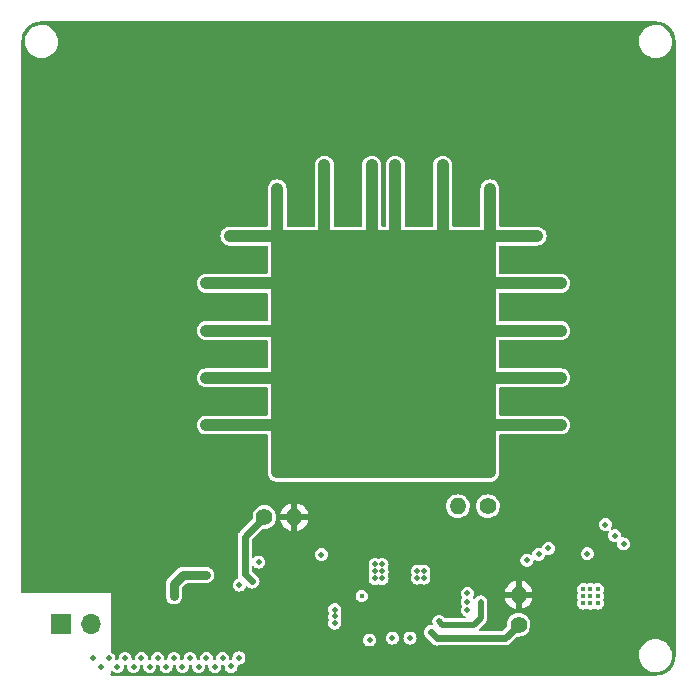
<source format=gbr>
G04 #@! TF.GenerationSoftware,KiCad,Pcbnew,(6.0.0)*
G04 #@! TF.CreationDate,2022-03-25T20:35:40+08:00*
G04 #@! TF.ProjectId,WirelessPower,57697265-6c65-4737-9350-6f7765722e6b,rev?*
G04 #@! TF.SameCoordinates,Original*
G04 #@! TF.FileFunction,Copper,L3,Inr*
G04 #@! TF.FilePolarity,Positive*
%FSLAX46Y46*%
G04 Gerber Fmt 4.6, Leading zero omitted, Abs format (unit mm)*
G04 Created by KiCad (PCBNEW (6.0.0)) date 2022-03-25 20:35:40*
%MOMM*%
%LPD*%
G01*
G04 APERTURE LIST*
G04 #@! TA.AperFunction,ComponentPad*
%ADD10R,1.700000X1.700000*%
G04 #@! TD*
G04 #@! TA.AperFunction,ComponentPad*
%ADD11O,1.700000X1.700000*%
G04 #@! TD*
G04 #@! TA.AperFunction,ComponentPad*
%ADD12C,1.400000*%
G04 #@! TD*
G04 #@! TA.AperFunction,ComponentPad*
%ADD13O,1.400000X1.400000*%
G04 #@! TD*
G04 #@! TA.AperFunction,ViaPad*
%ADD14C,0.500000*%
G04 #@! TD*
G04 #@! TA.AperFunction,ViaPad*
%ADD15C,0.450000*%
G04 #@! TD*
G04 #@! TA.AperFunction,Conductor*
%ADD16C,1.000000*%
G04 #@! TD*
G04 #@! TA.AperFunction,Conductor*
%ADD17C,0.500000*%
G04 #@! TD*
G04 #@! TA.AperFunction,Conductor*
%ADD18C,0.600000*%
G04 #@! TD*
G04 #@! TA.AperFunction,Conductor*
%ADD19C,0.800000*%
G04 #@! TD*
G04 APERTURE END LIST*
D10*
G04 #@! TO.N,BAT+*
G04 #@! TO.C,J5*
X135250000Y-121090000D03*
D11*
G04 #@! TO.N,BAT-*
X137790000Y-121090000D03*
G04 #@! TD*
D12*
G04 #@! TO.N,Net-(C15-Pad2)*
G04 #@! TO.C,J6*
X171410000Y-111140000D03*
D13*
G04 #@! TO.N,Net-(C1-Pad1)*
X168870000Y-111140000D03*
G04 #@! TD*
D12*
G04 #@! TO.N,Net-(TH1-Pad1)*
G04 #@! TO.C,TH1*
X174010000Y-121180000D03*
D13*
G04 #@! TO.N,GND*
X174010000Y-118640000D03*
G04 #@! TD*
D12*
G04 #@! TO.N,Net-(TH2-Pad1)*
G04 #@! TO.C,TH2*
X152490000Y-112060000D03*
D13*
G04 #@! TO.N,GND*
X155030000Y-112060000D03*
G04 #@! TD*
D14*
G04 #@! TO.N,GND*
X153970000Y-116060000D03*
X152970000Y-122540000D03*
X135570000Y-74270000D03*
D15*
X164040000Y-118280000D03*
X164640000Y-118280000D03*
X163440000Y-118880000D03*
X164040000Y-118880000D03*
X164640000Y-118880000D03*
X163440000Y-119480000D03*
X164040000Y-119480000D03*
X164640000Y-119480000D03*
X163440000Y-120080000D03*
X164040000Y-120080000D03*
X164640000Y-120080000D03*
X163440000Y-120680000D03*
X164040000Y-120680000D03*
X164640000Y-120680000D03*
D14*
X147130000Y-118430000D03*
X148130000Y-118430000D03*
X149130000Y-118430000D03*
X146130000Y-119430000D03*
X147130000Y-119430000D03*
X148130000Y-119430000D03*
X149130000Y-119430000D03*
X146130000Y-120430000D03*
X147130000Y-120430000D03*
X148130000Y-120430000D03*
X149130000Y-120430000D03*
X146130000Y-121430000D03*
X147130000Y-121430000D03*
X148130000Y-121430000D03*
X149130000Y-121430000D03*
X147130000Y-122420000D03*
X146130000Y-122420000D03*
X149130000Y-122420000D03*
X148130000Y-122420000D03*
X145110000Y-120430000D03*
X145110000Y-121430000D03*
X145110000Y-122420000D03*
X153970000Y-122540000D03*
X154970000Y-122540000D03*
X155970000Y-122540000D03*
X156970000Y-122540000D03*
X157970000Y-122540000D03*
X158970000Y-122540000D03*
D15*
X163440000Y-118280000D03*
D14*
X137570000Y-74270000D03*
X139570000Y-74270000D03*
X141570000Y-74270000D03*
X143570000Y-74270000D03*
X145570000Y-74270000D03*
X147570000Y-74270000D03*
X149570000Y-74270000D03*
X151570000Y-74270000D03*
X153570000Y-74270000D03*
X155570000Y-74270000D03*
X157570000Y-74270000D03*
X159570000Y-74270000D03*
X161570000Y-74270000D03*
X163570000Y-74270000D03*
X165570000Y-74270000D03*
X167570000Y-74270000D03*
X169570000Y-74270000D03*
X171570000Y-74270000D03*
X173570000Y-74270000D03*
X175570000Y-74270000D03*
X177570000Y-74270000D03*
X179570000Y-74270000D03*
X181570000Y-74270000D03*
X183570000Y-74270000D03*
X183570000Y-76270000D03*
X181570000Y-76270000D03*
X179570000Y-76270000D03*
X177570000Y-76270000D03*
X175570000Y-76270000D03*
X173570000Y-76270000D03*
X171570000Y-76270000D03*
X169570000Y-76270000D03*
X167570000Y-76270000D03*
X165570000Y-76270000D03*
X163570000Y-76270000D03*
X161570000Y-76270000D03*
X159570000Y-76270000D03*
X157570000Y-76270000D03*
X155570000Y-76270000D03*
X153570000Y-76270000D03*
X151570000Y-76270000D03*
X149570000Y-76270000D03*
X147570000Y-76270000D03*
X145570000Y-76270000D03*
X143570000Y-76270000D03*
X141570000Y-76270000D03*
X139570000Y-76270000D03*
X137570000Y-76270000D03*
X135570000Y-76270000D03*
X135570000Y-78270000D03*
X137570000Y-78270000D03*
X139570000Y-78270000D03*
X141570000Y-78270000D03*
X143570000Y-78270000D03*
X145570000Y-78270000D03*
X147570000Y-78270000D03*
X149570000Y-78270000D03*
X151570000Y-78270000D03*
X153570000Y-78270000D03*
X155570000Y-78270000D03*
X157570000Y-78270000D03*
X159570000Y-78270000D03*
X161570000Y-78270000D03*
X163570000Y-78270000D03*
X165570000Y-78270000D03*
X167570000Y-78270000D03*
X169570000Y-78270000D03*
X171570000Y-78270000D03*
X173570000Y-78270000D03*
X175570000Y-78270000D03*
X177570000Y-78270000D03*
X179570000Y-78270000D03*
X181570000Y-78270000D03*
X183570000Y-78270000D03*
X183570000Y-80270000D03*
X181570000Y-80270000D03*
X179570000Y-80270000D03*
X177570000Y-80270000D03*
X175570000Y-80270000D03*
X173570000Y-80270000D03*
X171570000Y-80270000D03*
X169570000Y-80270000D03*
X167570000Y-80270000D03*
X165570000Y-80270000D03*
X163570000Y-80270000D03*
X161570000Y-80270000D03*
X159570000Y-80270000D03*
X157570000Y-80270000D03*
X155570000Y-80270000D03*
X153570000Y-80270000D03*
X151570000Y-80270000D03*
X149570000Y-80270000D03*
X147570000Y-80270000D03*
X145570000Y-80270000D03*
X143570000Y-80270000D03*
X141570000Y-80270000D03*
X139570000Y-80270000D03*
X137570000Y-80270000D03*
X135570000Y-80270000D03*
X135570000Y-82270000D03*
X137570000Y-82270000D03*
X139570000Y-82270000D03*
X141570000Y-82270000D03*
X143570000Y-82270000D03*
X145570000Y-82270000D03*
X147570000Y-82270000D03*
X149570000Y-82270000D03*
X151570000Y-82270000D03*
X153570000Y-82270000D03*
X155570000Y-82270000D03*
X159570000Y-82270000D03*
X165570000Y-82270000D03*
X169570000Y-82270000D03*
X171570000Y-82270000D03*
X173570000Y-82270000D03*
X175570000Y-82270000D03*
X177570000Y-82270000D03*
X179570000Y-82270000D03*
X181570000Y-82270000D03*
X183570000Y-82270000D03*
X183570000Y-84270000D03*
X181570000Y-84270000D03*
X179570000Y-84270000D03*
X177570000Y-84270000D03*
X175570000Y-84270000D03*
X173570000Y-84270000D03*
X169570000Y-84270000D03*
X165570000Y-84270000D03*
X159570000Y-84270000D03*
X155570000Y-84270000D03*
X151570000Y-84270000D03*
X149570000Y-84270000D03*
X147570000Y-84270000D03*
X145570000Y-84270000D03*
X143570000Y-84270000D03*
X141570000Y-84270000D03*
X139570000Y-84270000D03*
X137570000Y-84270000D03*
X135570000Y-84270000D03*
X135570000Y-86270000D03*
X137570000Y-86270000D03*
X139570000Y-86270000D03*
X141570000Y-86270000D03*
X143570000Y-86270000D03*
X145570000Y-86270000D03*
X147570000Y-86270000D03*
X149570000Y-86270000D03*
X151570000Y-86270000D03*
X155570000Y-86270000D03*
X159570000Y-86270000D03*
X165570000Y-86270000D03*
X169570000Y-86270000D03*
X173570000Y-86270000D03*
X175570000Y-86270000D03*
X177570000Y-86270000D03*
X179570000Y-86270000D03*
X181570000Y-86270000D03*
X183570000Y-86270000D03*
X183570000Y-88270000D03*
X181570000Y-88270000D03*
X179570000Y-88270000D03*
X177570000Y-88270000D03*
X147570000Y-88270000D03*
X145570000Y-88270000D03*
X143570000Y-88270000D03*
X141570000Y-88270000D03*
X139570000Y-88270000D03*
X137570000Y-88270000D03*
X135570000Y-88270000D03*
X135570000Y-90270000D03*
X137570000Y-90270000D03*
X139570000Y-90270000D03*
X141570000Y-90270000D03*
X143570000Y-90270000D03*
X145570000Y-90270000D03*
X147570000Y-90270000D03*
X149570000Y-90270000D03*
X151570000Y-90270000D03*
X173570000Y-90270000D03*
X175570000Y-90270000D03*
X177570000Y-90270000D03*
X179570000Y-90270000D03*
X181570000Y-90270000D03*
X183570000Y-90270000D03*
X183570000Y-92270000D03*
X181570000Y-92270000D03*
X179570000Y-92270000D03*
X145570000Y-92270000D03*
X143570000Y-92270000D03*
X141570000Y-92270000D03*
X139570000Y-92270000D03*
X137570000Y-92270000D03*
X135570000Y-92270000D03*
X135570000Y-94270000D03*
X137570000Y-94270000D03*
X139570000Y-94270000D03*
X141570000Y-94270000D03*
X143570000Y-94270000D03*
X145570000Y-94270000D03*
X147570000Y-94270000D03*
X149570000Y-94270000D03*
X151570000Y-94270000D03*
X173570000Y-94270000D03*
X175570000Y-94270000D03*
X177570000Y-94270000D03*
X179570000Y-94270000D03*
X181570000Y-94270000D03*
X183570000Y-94270000D03*
X183570000Y-96270000D03*
X181570000Y-96270000D03*
X179570000Y-96270000D03*
X145570000Y-96270000D03*
X143570000Y-96270000D03*
X141570000Y-96270000D03*
X139570000Y-96270000D03*
X137570000Y-96270000D03*
X135570000Y-96270000D03*
X135570000Y-98270000D03*
X137570000Y-98270000D03*
X139570000Y-98270000D03*
X141570000Y-98270000D03*
X143570000Y-98270000D03*
X145570000Y-98270000D03*
X147570000Y-98270000D03*
X149570000Y-98270000D03*
X151570000Y-98270000D03*
X173570000Y-98270000D03*
X175570000Y-98270000D03*
X177570000Y-98270000D03*
X179570000Y-98270000D03*
X181570000Y-98270000D03*
X183570000Y-98270000D03*
X183570000Y-100270000D03*
X181570000Y-100270000D03*
X179570000Y-100270000D03*
X145570000Y-100270000D03*
X143570000Y-100270000D03*
X141570000Y-100270000D03*
X139570000Y-100270000D03*
X137570000Y-100270000D03*
X135570000Y-100270000D03*
X135570000Y-102270000D03*
X137570000Y-102270000D03*
X139570000Y-102270000D03*
X141570000Y-102270000D03*
X143570000Y-102270000D03*
X145570000Y-102270000D03*
X147570000Y-102270000D03*
X149570000Y-102270000D03*
X151570000Y-102270000D03*
X173570000Y-102270000D03*
X175570000Y-102270000D03*
X177570000Y-102270000D03*
X179570000Y-102270000D03*
X181570000Y-102270000D03*
X183570000Y-102270000D03*
X183570000Y-104270000D03*
X181570000Y-104270000D03*
X179570000Y-104270000D03*
X145570000Y-104270000D03*
X143570000Y-104270000D03*
X141570000Y-104270000D03*
X139570000Y-104270000D03*
X137570000Y-104270000D03*
X135570000Y-104270000D03*
X135570000Y-106270000D03*
X137570000Y-106270000D03*
X139570000Y-106270000D03*
X141570000Y-106270000D03*
X143570000Y-106270000D03*
X145570000Y-106270000D03*
X147570000Y-106270000D03*
X149570000Y-106270000D03*
X151570000Y-106270000D03*
X173570000Y-106270000D03*
X175570000Y-106270000D03*
X177570000Y-106270000D03*
X179570000Y-106270000D03*
X181570000Y-106270000D03*
X183570000Y-106270000D03*
X183570000Y-108270000D03*
X181570000Y-108270000D03*
X179570000Y-108270000D03*
X177570000Y-108270000D03*
X175570000Y-108270000D03*
X173570000Y-108270000D03*
X151570000Y-108270000D03*
X149570000Y-108270000D03*
X147570000Y-108270000D03*
X145570000Y-108270000D03*
X143570000Y-108270000D03*
X141570000Y-108270000D03*
X139570000Y-108270000D03*
X137570000Y-108270000D03*
X135570000Y-108270000D03*
X153570000Y-116560000D03*
X153970000Y-117060000D03*
X146130000Y-118430000D03*
D15*
G04 #@! TO.N,BAT+*
X179500000Y-118160000D03*
D14*
X140036250Y-124720000D03*
X141412500Y-124720000D03*
X142788750Y-124720000D03*
X144165000Y-124720000D03*
X145541250Y-124720000D03*
X146917500Y-124720000D03*
X148293750Y-124720000D03*
X149670000Y-124690000D03*
X144825000Y-124020000D03*
X147577500Y-124020000D03*
X150330000Y-123990000D03*
X148953750Y-124020000D03*
X146201250Y-124020000D03*
X142072500Y-124020000D03*
X139320000Y-124020000D03*
X143448750Y-124020000D03*
X140696250Y-124020000D03*
D15*
X180100000Y-118160000D03*
X180700000Y-118160000D03*
X179500000Y-118760000D03*
X180100000Y-118760000D03*
X180700000Y-118760000D03*
X179500000Y-119360000D03*
X180100000Y-119360000D03*
X180700000Y-119360000D03*
D14*
X137990000Y-124000000D03*
X138660000Y-124720000D03*
G04 #@! TO.N,Net-(C1-Pad2)*
X158450000Y-121040000D03*
X158450000Y-120475000D03*
X161860000Y-116660000D03*
X162450000Y-116660000D03*
X161860000Y-117255000D03*
X162450000Y-117255000D03*
X161860000Y-116065000D03*
X158450000Y-119910000D03*
X162450000Y-116065000D03*
G04 #@! TO.N,Net-(C1-Pad1)*
X157570000Y-82270000D03*
X161570000Y-82270000D03*
X163570000Y-82270000D03*
X167570000Y-82270000D03*
X171570000Y-84270000D03*
X167570000Y-84270000D03*
X163570000Y-84270000D03*
X161570000Y-84270000D03*
X157570000Y-84270000D03*
X153570000Y-84270000D03*
X153570000Y-86270000D03*
X157570000Y-86270000D03*
X161570000Y-86270000D03*
X163570000Y-86270000D03*
X167570000Y-86270000D03*
X171570000Y-86270000D03*
X175570000Y-88270000D03*
X173570000Y-88270000D03*
X171570000Y-88270000D03*
X169570000Y-88270000D03*
X167570000Y-88270000D03*
X165570000Y-88270000D03*
X163570000Y-88270000D03*
X161570000Y-88270000D03*
X159570000Y-88270000D03*
X157570000Y-88270000D03*
X155570000Y-88270000D03*
X153570000Y-88270000D03*
X151570000Y-88270000D03*
X149570000Y-88270000D03*
X153570000Y-90270000D03*
X155570000Y-90270000D03*
X157570000Y-90270000D03*
X159570000Y-90270000D03*
X161570000Y-90270000D03*
X163570000Y-90270000D03*
X165570000Y-90270000D03*
X167570000Y-90270000D03*
X169570000Y-90270000D03*
X171570000Y-90270000D03*
X177570000Y-92270000D03*
X175570000Y-92270000D03*
X173570000Y-92270000D03*
X171570000Y-92270000D03*
X169570000Y-92270000D03*
X167570000Y-92270000D03*
X165570000Y-92270000D03*
X163570000Y-92270000D03*
X161570000Y-92270000D03*
X159570000Y-92270000D03*
X157570000Y-92270000D03*
X155570000Y-92270000D03*
X153570000Y-92270000D03*
X151570000Y-92270000D03*
X149570000Y-92270000D03*
X147570000Y-92270000D03*
X153570000Y-94270000D03*
X155570000Y-94270000D03*
X157570000Y-94270000D03*
X159570000Y-94270000D03*
X161570000Y-94270000D03*
X163570000Y-94270000D03*
X165570000Y-94270000D03*
X167570000Y-94270000D03*
X169570000Y-94270000D03*
X171570000Y-94270000D03*
X177570000Y-96270000D03*
X175570000Y-96270000D03*
X173570000Y-96270000D03*
X171570000Y-96270000D03*
X169570000Y-96270000D03*
X167570000Y-96270000D03*
X165570000Y-96270000D03*
X163570000Y-96270000D03*
X161570000Y-96270000D03*
X159570000Y-96270000D03*
X157570000Y-96270000D03*
X155570000Y-96270000D03*
X153570000Y-96270000D03*
X151570000Y-96270000D03*
X149570000Y-96270000D03*
X147570000Y-96270000D03*
X153570000Y-98270000D03*
X155570000Y-98270000D03*
X157570000Y-98270000D03*
X159570000Y-98270000D03*
X161570000Y-98270000D03*
X163570000Y-98270000D03*
X165570000Y-98270000D03*
X167570000Y-98270000D03*
X169570000Y-98270000D03*
X171570000Y-98270000D03*
X177570000Y-100270000D03*
X175570000Y-100270000D03*
X173570000Y-100270000D03*
X171570000Y-100270000D03*
X169570000Y-100270000D03*
X167570000Y-100270000D03*
X165570000Y-100270000D03*
X163570000Y-100270000D03*
X161570000Y-100270000D03*
X159570000Y-100270000D03*
X157570000Y-100270000D03*
X155570000Y-100270000D03*
X153570000Y-100270000D03*
X151570000Y-100270000D03*
X149570000Y-100270000D03*
X147570000Y-100270000D03*
X153570000Y-102270000D03*
X155570000Y-102270000D03*
X157570000Y-102270000D03*
X159570000Y-102270000D03*
X161570000Y-102270000D03*
X163570000Y-102270000D03*
X165570000Y-102270000D03*
X167570000Y-102270000D03*
X169570000Y-102270000D03*
X171570000Y-102270000D03*
X177570000Y-104270000D03*
X175570000Y-104270000D03*
X173570000Y-104270000D03*
X171570000Y-104270000D03*
X169570000Y-104270000D03*
X167570000Y-104270000D03*
X165570000Y-104270000D03*
X163570000Y-104270000D03*
X161570000Y-104270000D03*
X159570000Y-104270000D03*
X157570000Y-104270000D03*
X155570000Y-104270000D03*
X153570000Y-104270000D03*
X151570000Y-104270000D03*
X149570000Y-104270000D03*
X147570000Y-104270000D03*
X153570000Y-106270000D03*
X155570000Y-106270000D03*
X157570000Y-106270000D03*
X159570000Y-106270000D03*
X161570000Y-106270000D03*
X163570000Y-106270000D03*
X165570000Y-106270000D03*
X167570000Y-106270000D03*
X169570000Y-106270000D03*
X171570000Y-106270000D03*
X171570000Y-108270000D03*
X169570000Y-108270000D03*
X167570000Y-108270000D03*
X165570000Y-108270000D03*
X163570000Y-108270000D03*
X161570000Y-108270000D03*
X159570000Y-108270000D03*
X157570000Y-108270000D03*
X155570000Y-108270000D03*
X153570000Y-108270000D03*
G04 #@! TO.N,Net-(R1-Pad1)*
X170800000Y-119240000D03*
X167260000Y-120900000D03*
G04 #@! TO.N,BAT_ISET*
X176540000Y-114710000D03*
X152010000Y-115870000D03*
G04 #@! TO.N,Net-(TH1-Pad1)*
X166600000Y-121810000D03*
G04 #@! TO.N,Net-(TH2-Pad1)*
X151469993Y-117510007D03*
G04 #@! TO.N,Net-(U1-Pad2)*
X144830000Y-118760000D03*
X147535000Y-116970000D03*
D15*
G04 #@! TO.N,REG_power*
X160735000Y-118740000D03*
D14*
X179820000Y-115170000D03*
G04 #@! TO.N,REG_EN2*
X164820000Y-122310000D03*
X181350000Y-112710000D03*
G04 #@! TO.N,REG_EN1*
X163320000Y-122310000D03*
X182140000Y-113640000D03*
G04 #@! TO.N,REG_CHG*
X182920000Y-114330000D03*
X161400000Y-122460000D03*
G04 #@! TO.N,BAT_PG*
X175700000Y-115210000D03*
X157310000Y-115240000D03*
G04 #@! TO.N,BAT_CHG*
X174710000Y-115710000D03*
X150370000Y-117820000D03*
G04 #@! TO.N,Net-(C15-Pad2)*
X169680000Y-119940000D03*
X165440000Y-117220000D03*
X165990000Y-116620000D03*
X165440000Y-116620000D03*
X169680000Y-119230000D03*
X169680000Y-118520000D03*
X165990000Y-117220000D03*
G04 #@! TD*
D16*
G04 #@! TO.N,Net-(C1-Pad1)*
X154260000Y-88270000D02*
X154260000Y-108270000D01*
X154910000Y-88270000D02*
X154910000Y-108270000D01*
X156310000Y-88270000D02*
X156310000Y-108270000D01*
X156960000Y-88270000D02*
X156960000Y-108270000D01*
X158210000Y-88270000D02*
X158210000Y-108270000D01*
X158910000Y-88270000D02*
X158910000Y-108270000D01*
X160310000Y-88270000D02*
X160310000Y-108270000D01*
X160910000Y-88270000D02*
X160910000Y-108270000D01*
X162110000Y-88270000D02*
X162110000Y-108270000D01*
X162760000Y-88270000D02*
X162760000Y-108270000D01*
X164060000Y-88270000D02*
X164060000Y-108270000D01*
X164810000Y-88270000D02*
X164810000Y-108270000D01*
X166160000Y-88270000D02*
X166160000Y-108270000D01*
X166900000Y-88270000D02*
X166900000Y-108270000D01*
X168500000Y-88270000D02*
X168500000Y-108270000D01*
X169060000Y-88270000D02*
X169060000Y-108270000D01*
X170010000Y-108270000D02*
X170010000Y-88270000D01*
X170760000Y-108270000D02*
X170760000Y-88270000D01*
X171570000Y-92270000D02*
X177570000Y-92270000D01*
X175570000Y-104270000D02*
X177570000Y-104270000D01*
X153570000Y-90270000D02*
X171570000Y-90270000D01*
X153570000Y-100270000D02*
X147570000Y-100270000D01*
X161570000Y-108270000D02*
X161570000Y-88270000D01*
X175570000Y-104270000D02*
X171570000Y-104270000D01*
X167570000Y-82270000D02*
X167570000Y-88270000D01*
X153570000Y-100270000D02*
X171360000Y-100270000D01*
X161570000Y-82270000D02*
X161570000Y-88270000D01*
X167570000Y-88270000D02*
X167570000Y-108270000D01*
X171780000Y-100270000D02*
X171570000Y-100060000D01*
X171570000Y-96270000D02*
X177570000Y-96270000D01*
X153570000Y-106270000D02*
X171570000Y-106270000D01*
X171570000Y-108270000D02*
X171570000Y-100060000D01*
X153570000Y-104270000D02*
X149570000Y-104270000D01*
X171570000Y-100060000D02*
X171570000Y-88270000D01*
X153570000Y-92270000D02*
X171570000Y-92270000D01*
X155570000Y-88270000D02*
X155570000Y-108270000D01*
X159570000Y-108270000D02*
X159570000Y-88270000D01*
X153570000Y-98270000D02*
X171570000Y-98270000D01*
X175570000Y-88270000D02*
X171570000Y-88270000D01*
X153570000Y-108270000D02*
X171570000Y-108270000D01*
X171570000Y-94270000D02*
X153570000Y-94270000D01*
X171360000Y-100270000D02*
X171570000Y-100060000D01*
X171570000Y-84270000D02*
X171570000Y-88270000D01*
X153570000Y-88270000D02*
X171570000Y-88270000D01*
X153570000Y-88270000D02*
X153570000Y-84270000D01*
X169570000Y-108270000D02*
X169570000Y-88270000D01*
X171570000Y-96270000D02*
X153570000Y-96270000D01*
X153570000Y-88270000D02*
X149570000Y-88270000D01*
X153570000Y-88270000D02*
X153570000Y-108270000D01*
X177570000Y-100270000D02*
X171780000Y-100270000D01*
X163570000Y-88270000D02*
X163570000Y-108270000D01*
X147570000Y-96270000D02*
X153570000Y-96270000D01*
X153570000Y-92270000D02*
X147570000Y-92270000D01*
X149570000Y-104270000D02*
X147570000Y-104270000D01*
X171570000Y-104270000D02*
X153570000Y-104270000D01*
X157570000Y-88270000D02*
X157570000Y-82270000D01*
X163570000Y-88270000D02*
X163570000Y-82270000D01*
X171570000Y-102270000D02*
X153570000Y-102270000D01*
X157570000Y-88270000D02*
X157570000Y-108270000D01*
X165570000Y-108270000D02*
X165570000Y-88270000D01*
D17*
G04 #@! TO.N,Net-(R1-Pad1)*
X170230000Y-121190000D02*
X170800000Y-120620000D01*
X167260000Y-120900000D02*
X167550000Y-121190000D01*
X167550000Y-121190000D02*
X170230000Y-121190000D01*
X170800000Y-120620000D02*
X170800000Y-119240000D01*
D18*
G04 #@! TO.N,Net-(TH1-Pad1)*
X172860000Y-122330000D02*
X174010000Y-121180000D01*
X166600000Y-121810000D02*
X167120000Y-122330000D01*
X167120000Y-122330000D02*
X172860000Y-122330000D01*
G04 #@! TO.N,Net-(TH2-Pad1)*
X152490000Y-112060000D02*
X150820000Y-113730000D01*
X150820000Y-113730000D02*
X150820000Y-116860014D01*
X150820000Y-116860014D02*
X151469993Y-117510007D01*
D19*
G04 #@! TO.N,Net-(U1-Pad2)*
X144830000Y-117720000D02*
X145580000Y-116970000D01*
X145580000Y-116970000D02*
X147535000Y-116970000D01*
X144830000Y-118760000D02*
X144830000Y-117720000D01*
G04 #@! TD*
G04 #@! TA.AperFunction,Conductor*
G04 #@! TO.N,GND*
G36*
X185592281Y-70091503D02*
G01*
X185609999Y-70094627D01*
X185618530Y-70093123D01*
X185623124Y-70093123D01*
X185640871Y-70092208D01*
X185844870Y-70106798D01*
X185858852Y-70108808D01*
X186082028Y-70157357D01*
X186095581Y-70161337D01*
X186309571Y-70241151D01*
X186322419Y-70247019D01*
X186522870Y-70356473D01*
X186534753Y-70364109D01*
X186717594Y-70500982D01*
X186728270Y-70510232D01*
X186889767Y-70671729D01*
X186899017Y-70682405D01*
X187035890Y-70865246D01*
X187043526Y-70877129D01*
X187152980Y-71077580D01*
X187158848Y-71090428D01*
X187238662Y-71304418D01*
X187242642Y-71317971D01*
X187291191Y-71541147D01*
X187293201Y-71555129D01*
X187307791Y-71759128D01*
X187306876Y-71776875D01*
X187306876Y-71781469D01*
X187305372Y-71790000D01*
X187306876Y-71798530D01*
X187308496Y-71807717D01*
X187310000Y-71824908D01*
X187310001Y-123755091D01*
X187308497Y-123772281D01*
X187305373Y-123789999D01*
X187306877Y-123798530D01*
X187306877Y-123803124D01*
X187307792Y-123820871D01*
X187293202Y-124024870D01*
X187291192Y-124038852D01*
X187242643Y-124262028D01*
X187238663Y-124275581D01*
X187158849Y-124489571D01*
X187152981Y-124502419D01*
X187043527Y-124702870D01*
X187035891Y-124714753D01*
X186899018Y-124897594D01*
X186889768Y-124908270D01*
X186728271Y-125069767D01*
X186717595Y-125079017D01*
X186534754Y-125215890D01*
X186522871Y-125223526D01*
X186322420Y-125332980D01*
X186309572Y-125338848D01*
X186095582Y-125418662D01*
X186082029Y-125422642D01*
X185858853Y-125471191D01*
X185844871Y-125473201D01*
X185640872Y-125487791D01*
X185623125Y-125486876D01*
X185618531Y-125486876D01*
X185610000Y-125485372D01*
X185601470Y-125486876D01*
X185592283Y-125488496D01*
X185575092Y-125490000D01*
X181888136Y-125490000D01*
X139558598Y-125490001D01*
X139500407Y-125471094D01*
X139464443Y-125421594D01*
X139459599Y-125390566D01*
X139460331Y-125223847D01*
X139460588Y-125165286D01*
X139479751Y-125107180D01*
X139529408Y-125071434D01*
X139590593Y-125071703D01*
X139634851Y-125103125D01*
X139635091Y-125102885D01*
X139636509Y-125104303D01*
X139638126Y-125105451D01*
X139639673Y-125107467D01*
X139639678Y-125107472D01*
X139643629Y-125112621D01*
X139758625Y-125200861D01*
X139892541Y-125256330D01*
X139898970Y-125257176D01*
X139898972Y-125257177D01*
X140029817Y-125274403D01*
X140036250Y-125275250D01*
X140042683Y-125274403D01*
X140173528Y-125257177D01*
X140173530Y-125257176D01*
X140179959Y-125256330D01*
X140313875Y-125200861D01*
X140428871Y-125112621D01*
X140517111Y-124997625D01*
X140572580Y-124863709D01*
X140577377Y-124827278D01*
X140590653Y-124726433D01*
X140591500Y-124720000D01*
X140589245Y-124702870D01*
X140587067Y-124686324D01*
X140598218Y-124626163D01*
X140642600Y-124584047D01*
X140685220Y-124574403D01*
X140689817Y-124574403D01*
X140696250Y-124575250D01*
X140751567Y-124567967D01*
X140811727Y-124579117D01*
X140853845Y-124623499D01*
X140862642Y-124679042D01*
X140860353Y-124696433D01*
X140857250Y-124720000D01*
X140858097Y-124726433D01*
X140871374Y-124827278D01*
X140876170Y-124863709D01*
X140931639Y-124997625D01*
X141019879Y-125112621D01*
X141134875Y-125200861D01*
X141268791Y-125256330D01*
X141275220Y-125257176D01*
X141275222Y-125257177D01*
X141406067Y-125274403D01*
X141412500Y-125275250D01*
X141418933Y-125274403D01*
X141549778Y-125257177D01*
X141549780Y-125257176D01*
X141556209Y-125256330D01*
X141690125Y-125200861D01*
X141805121Y-125112621D01*
X141893361Y-124997625D01*
X141948830Y-124863709D01*
X141953627Y-124827278D01*
X141966903Y-124726433D01*
X141967750Y-124720000D01*
X141965495Y-124702870D01*
X141963317Y-124686324D01*
X141974468Y-124626163D01*
X142018850Y-124584047D01*
X142061470Y-124574403D01*
X142066067Y-124574403D01*
X142072500Y-124575250D01*
X142127817Y-124567967D01*
X142187977Y-124579117D01*
X142230095Y-124623499D01*
X142238892Y-124679042D01*
X142236603Y-124696433D01*
X142233500Y-124720000D01*
X142234347Y-124726433D01*
X142247624Y-124827278D01*
X142252420Y-124863709D01*
X142307889Y-124997625D01*
X142396129Y-125112621D01*
X142511125Y-125200861D01*
X142645041Y-125256330D01*
X142651470Y-125257176D01*
X142651472Y-125257177D01*
X142782317Y-125274403D01*
X142788750Y-125275250D01*
X142795183Y-125274403D01*
X142926028Y-125257177D01*
X142926030Y-125257176D01*
X142932459Y-125256330D01*
X143066375Y-125200861D01*
X143181371Y-125112621D01*
X143269611Y-124997625D01*
X143325080Y-124863709D01*
X143329877Y-124827278D01*
X143343153Y-124726433D01*
X143344000Y-124720000D01*
X143341745Y-124702870D01*
X143339567Y-124686324D01*
X143350718Y-124626163D01*
X143395100Y-124584047D01*
X143437720Y-124574403D01*
X143442317Y-124574403D01*
X143448750Y-124575250D01*
X143504067Y-124567967D01*
X143564227Y-124579117D01*
X143606345Y-124623499D01*
X143615142Y-124679042D01*
X143612853Y-124696433D01*
X143609750Y-124720000D01*
X143610597Y-124726433D01*
X143623874Y-124827278D01*
X143628670Y-124863709D01*
X143684139Y-124997625D01*
X143772379Y-125112621D01*
X143887375Y-125200861D01*
X144021291Y-125256330D01*
X144027720Y-125257176D01*
X144027722Y-125257177D01*
X144158567Y-125274403D01*
X144165000Y-125275250D01*
X144171433Y-125274403D01*
X144302278Y-125257177D01*
X144302280Y-125257176D01*
X144308709Y-125256330D01*
X144442625Y-125200861D01*
X144557621Y-125112621D01*
X144645861Y-124997625D01*
X144701330Y-124863709D01*
X144706127Y-124827278D01*
X144719403Y-124726433D01*
X144720250Y-124720000D01*
X144717995Y-124702870D01*
X144715817Y-124686324D01*
X144726968Y-124626163D01*
X144771350Y-124584047D01*
X144813970Y-124574403D01*
X144818567Y-124574403D01*
X144825000Y-124575250D01*
X144880317Y-124567967D01*
X144940477Y-124579117D01*
X144982595Y-124623499D01*
X144991392Y-124679042D01*
X144989103Y-124696433D01*
X144986000Y-124720000D01*
X144986847Y-124726433D01*
X145000124Y-124827278D01*
X145004920Y-124863709D01*
X145060389Y-124997625D01*
X145148629Y-125112621D01*
X145263625Y-125200861D01*
X145397541Y-125256330D01*
X145403970Y-125257176D01*
X145403972Y-125257177D01*
X145534817Y-125274403D01*
X145541250Y-125275250D01*
X145547683Y-125274403D01*
X145678528Y-125257177D01*
X145678530Y-125257176D01*
X145684959Y-125256330D01*
X145818875Y-125200861D01*
X145933871Y-125112621D01*
X146022111Y-124997625D01*
X146077580Y-124863709D01*
X146082377Y-124827278D01*
X146095653Y-124726433D01*
X146096500Y-124720000D01*
X146094245Y-124702870D01*
X146092067Y-124686324D01*
X146103218Y-124626163D01*
X146147600Y-124584047D01*
X146190220Y-124574403D01*
X146194817Y-124574403D01*
X146201250Y-124575250D01*
X146256567Y-124567967D01*
X146316727Y-124579117D01*
X146358845Y-124623499D01*
X146367642Y-124679042D01*
X146365353Y-124696433D01*
X146362250Y-124720000D01*
X146363097Y-124726433D01*
X146376374Y-124827278D01*
X146381170Y-124863709D01*
X146436639Y-124997625D01*
X146524879Y-125112621D01*
X146639875Y-125200861D01*
X146773791Y-125256330D01*
X146780220Y-125257176D01*
X146780222Y-125257177D01*
X146911067Y-125274403D01*
X146917500Y-125275250D01*
X146923933Y-125274403D01*
X147054778Y-125257177D01*
X147054780Y-125257176D01*
X147061209Y-125256330D01*
X147195125Y-125200861D01*
X147310121Y-125112621D01*
X147398361Y-124997625D01*
X147453830Y-124863709D01*
X147458627Y-124827278D01*
X147471903Y-124726433D01*
X147472750Y-124720000D01*
X147470495Y-124702870D01*
X147468317Y-124686324D01*
X147479468Y-124626163D01*
X147523850Y-124584047D01*
X147566470Y-124574403D01*
X147571067Y-124574403D01*
X147577500Y-124575250D01*
X147632817Y-124567967D01*
X147692977Y-124579117D01*
X147735095Y-124623499D01*
X147743892Y-124679042D01*
X147741603Y-124696433D01*
X147738500Y-124720000D01*
X147739347Y-124726433D01*
X147752624Y-124827278D01*
X147757420Y-124863709D01*
X147812889Y-124997625D01*
X147901129Y-125112621D01*
X148016125Y-125200861D01*
X148150041Y-125256330D01*
X148156470Y-125257176D01*
X148156472Y-125257177D01*
X148287317Y-125274403D01*
X148293750Y-125275250D01*
X148300183Y-125274403D01*
X148431028Y-125257177D01*
X148431030Y-125257176D01*
X148437459Y-125256330D01*
X148571375Y-125200861D01*
X148686371Y-125112621D01*
X148774611Y-124997625D01*
X148830080Y-124863709D01*
X148834877Y-124827278D01*
X148848153Y-124726433D01*
X148849000Y-124720000D01*
X148846745Y-124702870D01*
X148844567Y-124686324D01*
X148855718Y-124626163D01*
X148900100Y-124584047D01*
X148942720Y-124574403D01*
X148947317Y-124574403D01*
X148953750Y-124575250D01*
X149005049Y-124568496D01*
X149065208Y-124579646D01*
X149107326Y-124624028D01*
X149116123Y-124679571D01*
X149114750Y-124690000D01*
X149133670Y-124833709D01*
X149189139Y-124967625D01*
X149277379Y-125082621D01*
X149392375Y-125170861D01*
X149526291Y-125226330D01*
X149532720Y-125227176D01*
X149532722Y-125227177D01*
X149663567Y-125244403D01*
X149670000Y-125245250D01*
X149676433Y-125244403D01*
X149807278Y-125227177D01*
X149807280Y-125227176D01*
X149813709Y-125226330D01*
X149947625Y-125170861D01*
X150062621Y-125082621D01*
X150150861Y-124967625D01*
X150206330Y-124833709D01*
X150225250Y-124690000D01*
X150223877Y-124679571D01*
X150220817Y-124656324D01*
X150231968Y-124596163D01*
X150276350Y-124554047D01*
X150318970Y-124544403D01*
X150323567Y-124544403D01*
X150330000Y-124545250D01*
X150336433Y-124544403D01*
X150467278Y-124527177D01*
X150467280Y-124527176D01*
X150473709Y-124526330D01*
X150607625Y-124470861D01*
X150722621Y-124382621D01*
X150810861Y-124267625D01*
X150866330Y-124133709D01*
X150868947Y-124113837D01*
X150884403Y-123996433D01*
X150885250Y-123990000D01*
X150880919Y-123957103D01*
X150867177Y-123852722D01*
X150867176Y-123852720D01*
X150866330Y-123846291D01*
X150815589Y-123723789D01*
X184205996Y-123723789D01*
X184206153Y-123727974D01*
X184206153Y-123727977D01*
X184208482Y-123789999D01*
X184214913Y-123961295D01*
X184215773Y-123965395D01*
X184215774Y-123965401D01*
X184229734Y-124031934D01*
X184263719Y-124193904D01*
X184351020Y-124414963D01*
X184353190Y-124418539D01*
X184353192Y-124418543D01*
X184418599Y-124526330D01*
X184474319Y-124618153D01*
X184477069Y-124621322D01*
X184627343Y-124794499D01*
X184627347Y-124794503D01*
X184630090Y-124797664D01*
X184813880Y-124948362D01*
X185020433Y-125065939D01*
X185243844Y-125147034D01*
X185293194Y-125155958D01*
X185474521Y-125188747D01*
X185474526Y-125188748D01*
X185477725Y-125189326D01*
X185497322Y-125190250D01*
X185501472Y-125190446D01*
X185501476Y-125190446D01*
X185502619Y-125190500D01*
X185669680Y-125190500D01*
X185671763Y-125190323D01*
X185671769Y-125190323D01*
X185842652Y-125175823D01*
X185842653Y-125175823D01*
X185846823Y-125175469D01*
X185850873Y-125174418D01*
X185850878Y-125174417D01*
X186072818Y-125116813D01*
X186072821Y-125116812D01*
X186076874Y-125115760D01*
X186083843Y-125112621D01*
X186150440Y-125082621D01*
X186293576Y-125018143D01*
X186316405Y-125002774D01*
X186487261Y-124887746D01*
X186487262Y-124887745D01*
X186490732Y-124885409D01*
X186493762Y-124882519D01*
X186659671Y-124724250D01*
X186659675Y-124724245D01*
X186662705Y-124721355D01*
X186804579Y-124530670D01*
X186863407Y-124414963D01*
X186910398Y-124322539D01*
X186910400Y-124322535D01*
X186912295Y-124318807D01*
X186982775Y-124091824D01*
X186995418Y-123996435D01*
X187013454Y-123860362D01*
X187013454Y-123860360D01*
X187014004Y-123856211D01*
X187005087Y-123618705D01*
X187004227Y-123614605D01*
X187004226Y-123614599D01*
X186966667Y-123435597D01*
X186956281Y-123386096D01*
X186868980Y-123165037D01*
X186745681Y-122961847D01*
X186661124Y-122864403D01*
X186592657Y-122785501D01*
X186592653Y-122785497D01*
X186589910Y-122782336D01*
X186554290Y-122753129D01*
X186409364Y-122634298D01*
X186409365Y-122634298D01*
X186406120Y-122631638D01*
X186199567Y-122514061D01*
X185976156Y-122432966D01*
X185926806Y-122424042D01*
X185745479Y-122391253D01*
X185745474Y-122391252D01*
X185742275Y-122390674D01*
X185722678Y-122389750D01*
X185718528Y-122389554D01*
X185718524Y-122389554D01*
X185717381Y-122389500D01*
X185550320Y-122389500D01*
X185548237Y-122389677D01*
X185548231Y-122389677D01*
X185377348Y-122404177D01*
X185377347Y-122404177D01*
X185373177Y-122404531D01*
X185369127Y-122405582D01*
X185369122Y-122405583D01*
X185147182Y-122463187D01*
X185147179Y-122463188D01*
X185143126Y-122464240D01*
X185139304Y-122465962D01*
X185139303Y-122465962D01*
X185085549Y-122490177D01*
X184926424Y-122561857D01*
X184922947Y-122564198D01*
X184922945Y-122564199D01*
X184864259Y-122603709D01*
X184729268Y-122694591D01*
X184726241Y-122697478D01*
X184726238Y-122697481D01*
X184560329Y-122855750D01*
X184560325Y-122855755D01*
X184557295Y-122858645D01*
X184415421Y-123049330D01*
X184413519Y-123053071D01*
X184354614Y-123168930D01*
X184307705Y-123261193D01*
X184237225Y-123488176D01*
X184229774Y-123544392D01*
X184218775Y-123627379D01*
X184205996Y-123723789D01*
X150815589Y-123723789D01*
X150810861Y-123712375D01*
X150722621Y-123597379D01*
X150607625Y-123509139D01*
X150473709Y-123453670D01*
X150467280Y-123452824D01*
X150467278Y-123452823D01*
X150336433Y-123435597D01*
X150330000Y-123434750D01*
X150323567Y-123435597D01*
X150192722Y-123452823D01*
X150192720Y-123452824D01*
X150186291Y-123453670D01*
X150052375Y-123509139D01*
X149937379Y-123597379D01*
X149849139Y-123712375D01*
X149793670Y-123846291D01*
X149792824Y-123852720D01*
X149792823Y-123852722D01*
X149779081Y-123957103D01*
X149774750Y-123990000D01*
X149775597Y-123996433D01*
X149775597Y-123996435D01*
X149779183Y-124023676D01*
X149768032Y-124083837D01*
X149723650Y-124125953D01*
X149681030Y-124135597D01*
X149676433Y-124135597D01*
X149670000Y-124134750D01*
X149618701Y-124141504D01*
X149558542Y-124130354D01*
X149516424Y-124085972D01*
X149507627Y-124030429D01*
X149508153Y-124026434D01*
X149508153Y-124026433D01*
X149509000Y-124020000D01*
X149490080Y-123876291D01*
X149434611Y-123742375D01*
X149346371Y-123627379D01*
X149231375Y-123539139D01*
X149097459Y-123483670D01*
X149091030Y-123482824D01*
X149091028Y-123482823D01*
X148960183Y-123465597D01*
X148953750Y-123464750D01*
X148947317Y-123465597D01*
X148816472Y-123482823D01*
X148816470Y-123482824D01*
X148810041Y-123483670D01*
X148676125Y-123539139D01*
X148561129Y-123627379D01*
X148472889Y-123742375D01*
X148417420Y-123876291D01*
X148398500Y-124020000D01*
X148399347Y-124026433D01*
X148399347Y-124026435D01*
X148402933Y-124053676D01*
X148391782Y-124113837D01*
X148347400Y-124155953D01*
X148304780Y-124165597D01*
X148300183Y-124165597D01*
X148293750Y-124164750D01*
X148238433Y-124172033D01*
X148178273Y-124160883D01*
X148136155Y-124116501D01*
X148127358Y-124060958D01*
X148131903Y-124026434D01*
X148131903Y-124026433D01*
X148132750Y-124020000D01*
X148113830Y-123876291D01*
X148058361Y-123742375D01*
X147970121Y-123627379D01*
X147855125Y-123539139D01*
X147721209Y-123483670D01*
X147714780Y-123482824D01*
X147714778Y-123482823D01*
X147583933Y-123465597D01*
X147577500Y-123464750D01*
X147571067Y-123465597D01*
X147440222Y-123482823D01*
X147440220Y-123482824D01*
X147433791Y-123483670D01*
X147299875Y-123539139D01*
X147184879Y-123627379D01*
X147096639Y-123742375D01*
X147041170Y-123876291D01*
X147022250Y-124020000D01*
X147023097Y-124026433D01*
X147023097Y-124026435D01*
X147026683Y-124053676D01*
X147015532Y-124113837D01*
X146971150Y-124155953D01*
X146928530Y-124165597D01*
X146923933Y-124165597D01*
X146917500Y-124164750D01*
X146862183Y-124172033D01*
X146802023Y-124160883D01*
X146759905Y-124116501D01*
X146751108Y-124060958D01*
X146755653Y-124026434D01*
X146755653Y-124026433D01*
X146756500Y-124020000D01*
X146737580Y-123876291D01*
X146682111Y-123742375D01*
X146593871Y-123627379D01*
X146478875Y-123539139D01*
X146344959Y-123483670D01*
X146338530Y-123482824D01*
X146338528Y-123482823D01*
X146207683Y-123465597D01*
X146201250Y-123464750D01*
X146194817Y-123465597D01*
X146063972Y-123482823D01*
X146063970Y-123482824D01*
X146057541Y-123483670D01*
X145923625Y-123539139D01*
X145808629Y-123627379D01*
X145720389Y-123742375D01*
X145664920Y-123876291D01*
X145646000Y-124020000D01*
X145646847Y-124026433D01*
X145646847Y-124026435D01*
X145650433Y-124053676D01*
X145639282Y-124113837D01*
X145594900Y-124155953D01*
X145552280Y-124165597D01*
X145547683Y-124165597D01*
X145541250Y-124164750D01*
X145485933Y-124172033D01*
X145425773Y-124160883D01*
X145383655Y-124116501D01*
X145374858Y-124060958D01*
X145379403Y-124026434D01*
X145379403Y-124026433D01*
X145380250Y-124020000D01*
X145361330Y-123876291D01*
X145305861Y-123742375D01*
X145217621Y-123627379D01*
X145102625Y-123539139D01*
X144968709Y-123483670D01*
X144962280Y-123482824D01*
X144962278Y-123482823D01*
X144831433Y-123465597D01*
X144825000Y-123464750D01*
X144818567Y-123465597D01*
X144687722Y-123482823D01*
X144687720Y-123482824D01*
X144681291Y-123483670D01*
X144547375Y-123539139D01*
X144432379Y-123627379D01*
X144344139Y-123742375D01*
X144288670Y-123876291D01*
X144269750Y-124020000D01*
X144270597Y-124026433D01*
X144270597Y-124026435D01*
X144274183Y-124053676D01*
X144263032Y-124113837D01*
X144218650Y-124155953D01*
X144176030Y-124165597D01*
X144171433Y-124165597D01*
X144165000Y-124164750D01*
X144109683Y-124172033D01*
X144049523Y-124160883D01*
X144007405Y-124116501D01*
X143998608Y-124060958D01*
X144003153Y-124026434D01*
X144003153Y-124026433D01*
X144004000Y-124020000D01*
X143985080Y-123876291D01*
X143929611Y-123742375D01*
X143841371Y-123627379D01*
X143726375Y-123539139D01*
X143592459Y-123483670D01*
X143586030Y-123482824D01*
X143586028Y-123482823D01*
X143455183Y-123465597D01*
X143448750Y-123464750D01*
X143442317Y-123465597D01*
X143311472Y-123482823D01*
X143311470Y-123482824D01*
X143305041Y-123483670D01*
X143171125Y-123539139D01*
X143056129Y-123627379D01*
X142967889Y-123742375D01*
X142912420Y-123876291D01*
X142893500Y-124020000D01*
X142894347Y-124026433D01*
X142894347Y-124026435D01*
X142897933Y-124053676D01*
X142886782Y-124113837D01*
X142842400Y-124155953D01*
X142799780Y-124165597D01*
X142795183Y-124165597D01*
X142788750Y-124164750D01*
X142733433Y-124172033D01*
X142673273Y-124160883D01*
X142631155Y-124116501D01*
X142622358Y-124060958D01*
X142626903Y-124026434D01*
X142626903Y-124026433D01*
X142627750Y-124020000D01*
X142608830Y-123876291D01*
X142553361Y-123742375D01*
X142465121Y-123627379D01*
X142350125Y-123539139D01*
X142216209Y-123483670D01*
X142209780Y-123482824D01*
X142209778Y-123482823D01*
X142078933Y-123465597D01*
X142072500Y-123464750D01*
X142066067Y-123465597D01*
X141935222Y-123482823D01*
X141935220Y-123482824D01*
X141928791Y-123483670D01*
X141794875Y-123539139D01*
X141679879Y-123627379D01*
X141591639Y-123742375D01*
X141536170Y-123876291D01*
X141517250Y-124020000D01*
X141518097Y-124026433D01*
X141518097Y-124026435D01*
X141521683Y-124053676D01*
X141510532Y-124113837D01*
X141466150Y-124155953D01*
X141423530Y-124165597D01*
X141418933Y-124165597D01*
X141412500Y-124164750D01*
X141357183Y-124172033D01*
X141297023Y-124160883D01*
X141254905Y-124116501D01*
X141246108Y-124060958D01*
X141250653Y-124026434D01*
X141250653Y-124026433D01*
X141251500Y-124020000D01*
X141232580Y-123876291D01*
X141177111Y-123742375D01*
X141088871Y-123627379D01*
X140973875Y-123539139D01*
X140839959Y-123483670D01*
X140833530Y-123482824D01*
X140833528Y-123482823D01*
X140702683Y-123465597D01*
X140696250Y-123464750D01*
X140689817Y-123465597D01*
X140558972Y-123482823D01*
X140558970Y-123482824D01*
X140552541Y-123483670D01*
X140418625Y-123539139D01*
X140303629Y-123627379D01*
X140215389Y-123742375D01*
X140159920Y-123876291D01*
X140141000Y-124020000D01*
X140141847Y-124026433D01*
X140141847Y-124026435D01*
X140145433Y-124053676D01*
X140134282Y-124113837D01*
X140089900Y-124155953D01*
X140047280Y-124165597D01*
X140042683Y-124165597D01*
X140036250Y-124164750D01*
X139980933Y-124172033D01*
X139920773Y-124160883D01*
X139878655Y-124116501D01*
X139869858Y-124060958D01*
X139874403Y-124026434D01*
X139874403Y-124026433D01*
X139875250Y-124020000D01*
X139856330Y-123876291D01*
X139800861Y-123742375D01*
X139712621Y-123627379D01*
X139597625Y-123539139D01*
X139529374Y-123510869D01*
X139482848Y-123471133D01*
X139468260Y-123418970D01*
X139472473Y-122460000D01*
X160844750Y-122460000D01*
X160863670Y-122603709D01*
X160919139Y-122737625D01*
X161007379Y-122852621D01*
X161122375Y-122940861D01*
X161256291Y-122996330D01*
X161262720Y-122997176D01*
X161262722Y-122997177D01*
X161393567Y-123014403D01*
X161400000Y-123015250D01*
X161406433Y-123014403D01*
X161537278Y-122997177D01*
X161537280Y-122997176D01*
X161543709Y-122996330D01*
X161677625Y-122940861D01*
X161792621Y-122852621D01*
X161880861Y-122737625D01*
X161936330Y-122603709D01*
X161955250Y-122460000D01*
X161945992Y-122389677D01*
X161937177Y-122322722D01*
X161937176Y-122322720D01*
X161936330Y-122316291D01*
X161933724Y-122310000D01*
X162764750Y-122310000D01*
X162765597Y-122316433D01*
X162775217Y-122389500D01*
X162783670Y-122453709D01*
X162839139Y-122587625D01*
X162927379Y-122702621D01*
X163042375Y-122790861D01*
X163176291Y-122846330D01*
X163182720Y-122847176D01*
X163182722Y-122847177D01*
X163313567Y-122864403D01*
X163320000Y-122865250D01*
X163326433Y-122864403D01*
X163457278Y-122847177D01*
X163457280Y-122847176D01*
X163463709Y-122846330D01*
X163597625Y-122790861D01*
X163712621Y-122702621D01*
X163800861Y-122587625D01*
X163856330Y-122453709D01*
X163864784Y-122389500D01*
X163874403Y-122316433D01*
X163875250Y-122310000D01*
X164264750Y-122310000D01*
X164265597Y-122316433D01*
X164275217Y-122389500D01*
X164283670Y-122453709D01*
X164339139Y-122587625D01*
X164427379Y-122702621D01*
X164542375Y-122790861D01*
X164676291Y-122846330D01*
X164682720Y-122847176D01*
X164682722Y-122847177D01*
X164813567Y-122864403D01*
X164820000Y-122865250D01*
X164826433Y-122864403D01*
X164957278Y-122847177D01*
X164957280Y-122847176D01*
X164963709Y-122846330D01*
X165097625Y-122790861D01*
X165212621Y-122702621D01*
X165300861Y-122587625D01*
X165356330Y-122453709D01*
X165364784Y-122389500D01*
X165374403Y-122316433D01*
X165375250Y-122310000D01*
X165358809Y-122185121D01*
X165357177Y-122172722D01*
X165357176Y-122172720D01*
X165356330Y-122166291D01*
X165300861Y-122032375D01*
X165212621Y-121917379D01*
X165097625Y-121829139D01*
X165051419Y-121810000D01*
X165994318Y-121810000D01*
X166014956Y-121966762D01*
X166075464Y-122112841D01*
X166079410Y-122117983D01*
X166079412Y-122117987D01*
X166111878Y-122160297D01*
X166147550Y-122206785D01*
X166662964Y-122722199D01*
X166671502Y-122731936D01*
X166691718Y-122758282D01*
X166779612Y-122825725D01*
X166817159Y-122854536D01*
X166963238Y-122915044D01*
X167120000Y-122935682D01*
X167152928Y-122931347D01*
X167165849Y-122930500D01*
X172814151Y-122930500D01*
X172827072Y-122931347D01*
X172860000Y-122935682D01*
X172892928Y-122931347D01*
X172899361Y-122930500D01*
X173016762Y-122915044D01*
X173162841Y-122854536D01*
X173288282Y-122758282D01*
X173308498Y-122731936D01*
X173317036Y-122722199D01*
X173834487Y-122204748D01*
X173889004Y-122176971D01*
X173916213Y-122176448D01*
X173988946Y-122185121D01*
X173993768Y-122184750D01*
X173993771Y-122184750D01*
X174179748Y-122170440D01*
X174179753Y-122170439D01*
X174184576Y-122170068D01*
X174373556Y-122117303D01*
X174377869Y-122115124D01*
X174377875Y-122115122D01*
X174544368Y-122031020D01*
X174544370Y-122031018D01*
X174548689Y-122028837D01*
X174612300Y-121979139D01*
X174699487Y-121911022D01*
X174699491Y-121911018D01*
X174703303Y-121908040D01*
X174771409Y-121829139D01*
X174828345Y-121763177D01*
X174828347Y-121763175D01*
X174831509Y-121759511D01*
X174858822Y-121711432D01*
X174926036Y-121593115D01*
X174926037Y-121593112D01*
X174928425Y-121588909D01*
X174932610Y-121576330D01*
X174988831Y-121407323D01*
X174988831Y-121407321D01*
X174990358Y-121402732D01*
X175014949Y-121208071D01*
X175015002Y-121204318D01*
X175015136Y-121194691D01*
X175015341Y-121180000D01*
X175014438Y-121170782D01*
X175001977Y-121043709D01*
X174996194Y-120984728D01*
X174939484Y-120796894D01*
X174863702Y-120654369D01*
X174849643Y-120627927D01*
X174849641Y-120627923D01*
X174847370Y-120623653D01*
X174836645Y-120610502D01*
X174726422Y-120475355D01*
X174726421Y-120475354D01*
X174723361Y-120471602D01*
X174623040Y-120388610D01*
X174575907Y-120349618D01*
X174575906Y-120349617D01*
X174572180Y-120346535D01*
X174399585Y-120253213D01*
X174212152Y-120195193D01*
X174207342Y-120194687D01*
X174207340Y-120194687D01*
X174021835Y-120175189D01*
X174021833Y-120175189D01*
X174017019Y-120174683D01*
X173952891Y-120180519D01*
X173826438Y-120192027D01*
X173826435Y-120192028D01*
X173821618Y-120192466D01*
X173816976Y-120193832D01*
X173816972Y-120193833D01*
X173638040Y-120246496D01*
X173638037Y-120246497D01*
X173633393Y-120247864D01*
X173459512Y-120338767D01*
X173455743Y-120341797D01*
X173455742Y-120341798D01*
X173432651Y-120360364D01*
X173306600Y-120461711D01*
X173294333Y-120476330D01*
X173183589Y-120608310D01*
X173183586Y-120608314D01*
X173180480Y-120612016D01*
X173085956Y-120783954D01*
X173084492Y-120788568D01*
X173084491Y-120788571D01*
X173040118Y-120928452D01*
X173026628Y-120970978D01*
X173026088Y-120975790D01*
X173026088Y-120975791D01*
X173019608Y-121033567D01*
X173004757Y-121165963D01*
X173014085Y-121277042D01*
X173000113Y-121336609D01*
X172985436Y-121355329D01*
X172640261Y-121700504D01*
X172585744Y-121728281D01*
X172570257Y-121729500D01*
X170713171Y-121729500D01*
X170654980Y-121710593D01*
X170619016Y-121661093D01*
X170619016Y-121599907D01*
X170636061Y-121571090D01*
X170635070Y-121570386D01*
X170647277Y-121553209D01*
X170657971Y-121540554D01*
X171179061Y-121019464D01*
X171182054Y-121016594D01*
X171228156Y-120974201D01*
X171231711Y-120968468D01*
X171231713Y-120968465D01*
X171251755Y-120936139D01*
X171257038Y-120928452D01*
X171280030Y-120898161D01*
X171284112Y-120892783D01*
X171290533Y-120876566D01*
X171298440Y-120860845D01*
X171304078Y-120851752D01*
X171304080Y-120851747D01*
X171307635Y-120846014D01*
X171320129Y-120803010D01*
X171323150Y-120794187D01*
X171337151Y-120758826D01*
X171337153Y-120758819D01*
X171339636Y-120752547D01*
X171341460Y-120735194D01*
X171344847Y-120717932D01*
X171349715Y-120701175D01*
X171350500Y-120690485D01*
X171350500Y-120654369D01*
X171351042Y-120644021D01*
X171354696Y-120609255D01*
X171354696Y-120609254D01*
X171355401Y-120602546D01*
X171351886Y-120581763D01*
X171350500Y-120565254D01*
X171350500Y-119282568D01*
X171351347Y-119269646D01*
X171354403Y-119246434D01*
X171354403Y-119246433D01*
X171355250Y-119240000D01*
X171354015Y-119230619D01*
X171350671Y-119205219D01*
X171350500Y-119203507D01*
X171350500Y-119202215D01*
X171344759Y-119160308D01*
X171344690Y-119159793D01*
X171336755Y-119099518D01*
X171336755Y-119099517D01*
X171336330Y-119096291D01*
X171335822Y-119095064D01*
X171335206Y-119090568D01*
X171306366Y-119023922D01*
X171305792Y-119022565D01*
X171302239Y-119013986D01*
X171280861Y-118962375D01*
X171278821Y-118959715D01*
X171277983Y-118958332D01*
X171275305Y-118952145D01*
X171240483Y-118909143D01*
X171239447Y-118907864D01*
X172831161Y-118907864D01*
X172869398Y-119050566D01*
X172872341Y-119058652D01*
X172958021Y-119242396D01*
X172962322Y-119249844D01*
X173078605Y-119415912D01*
X173084138Y-119422507D01*
X173227493Y-119565862D01*
X173234088Y-119571395D01*
X173400156Y-119687678D01*
X173407604Y-119691979D01*
X173591348Y-119777659D01*
X173599434Y-119780602D01*
X173740857Y-119818496D01*
X173753140Y-119817853D01*
X173756000Y-119808199D01*
X173756000Y-119806874D01*
X174264000Y-119806874D01*
X174267802Y-119818576D01*
X174277864Y-119818839D01*
X174420566Y-119780602D01*
X174428652Y-119777659D01*
X174612396Y-119691979D01*
X174619844Y-119687678D01*
X174785912Y-119571395D01*
X174792507Y-119565862D01*
X174935862Y-119422507D01*
X174941395Y-119415912D01*
X174980545Y-119360000D01*
X178969965Y-119360000D01*
X178970812Y-119366433D01*
X178979068Y-119429139D01*
X178988026Y-119497183D01*
X178990509Y-119503177D01*
X179038491Y-119619019D01*
X179038493Y-119619023D01*
X179040976Y-119625017D01*
X179125209Y-119734791D01*
X179234982Y-119819024D01*
X179362817Y-119871974D01*
X179369246Y-119872820D01*
X179369248Y-119872821D01*
X179493567Y-119889188D01*
X179500000Y-119890035D01*
X179506433Y-119889188D01*
X179630752Y-119872821D01*
X179630754Y-119872820D01*
X179637183Y-119871974D01*
X179762116Y-119820226D01*
X179823111Y-119815425D01*
X179837880Y-119820224D01*
X179962817Y-119871974D01*
X179969246Y-119872820D01*
X179969248Y-119872821D01*
X180093567Y-119889188D01*
X180100000Y-119890035D01*
X180106433Y-119889188D01*
X180230752Y-119872821D01*
X180230754Y-119872820D01*
X180237183Y-119871974D01*
X180362116Y-119820226D01*
X180423111Y-119815425D01*
X180437880Y-119820224D01*
X180562817Y-119871974D01*
X180569246Y-119872820D01*
X180569248Y-119872821D01*
X180693567Y-119889188D01*
X180700000Y-119890035D01*
X180706433Y-119889188D01*
X180830752Y-119872821D01*
X180830754Y-119872820D01*
X180837183Y-119871974D01*
X180965018Y-119819024D01*
X181074791Y-119734791D01*
X181159024Y-119625017D01*
X181161507Y-119619023D01*
X181161509Y-119619019D01*
X181209491Y-119503177D01*
X181211974Y-119497183D01*
X181220933Y-119429139D01*
X181229188Y-119366433D01*
X181230035Y-119360000D01*
X181218191Y-119270035D01*
X181212821Y-119229248D01*
X181212820Y-119229246D01*
X181211974Y-119222817D01*
X181160226Y-119097885D01*
X181155425Y-119036889D01*
X181160226Y-119022115D01*
X181174453Y-118987767D01*
X181211974Y-118897183D01*
X181215199Y-118872692D01*
X181229188Y-118766433D01*
X181230035Y-118760000D01*
X181226555Y-118733567D01*
X181212821Y-118629248D01*
X181212820Y-118629246D01*
X181211974Y-118622817D01*
X181160226Y-118497885D01*
X181155425Y-118436889D01*
X181160226Y-118422115D01*
X181176760Y-118382198D01*
X181211974Y-118297183D01*
X181221191Y-118227179D01*
X181229188Y-118166433D01*
X181230035Y-118160000D01*
X181212998Y-118030592D01*
X181212821Y-118029248D01*
X181212820Y-118029246D01*
X181211974Y-118022817D01*
X181175676Y-117935184D01*
X181161509Y-117900981D01*
X181161507Y-117900977D01*
X181159024Y-117894983D01*
X181074791Y-117785209D01*
X180965018Y-117700976D01*
X180837183Y-117648026D01*
X180830754Y-117647180D01*
X180830752Y-117647179D01*
X180706433Y-117630812D01*
X180700000Y-117629965D01*
X180693567Y-117630812D01*
X180569248Y-117647179D01*
X180569246Y-117647180D01*
X180562817Y-117648026D01*
X180503089Y-117672766D01*
X180437885Y-117699774D01*
X180376889Y-117704575D01*
X180362120Y-117699776D01*
X180237183Y-117648026D01*
X180230754Y-117647180D01*
X180230752Y-117647179D01*
X180106433Y-117630812D01*
X180100000Y-117629965D01*
X180093567Y-117630812D01*
X179969248Y-117647179D01*
X179969246Y-117647180D01*
X179962817Y-117648026D01*
X179903089Y-117672766D01*
X179837885Y-117699774D01*
X179776889Y-117704575D01*
X179762120Y-117699776D01*
X179637183Y-117648026D01*
X179630754Y-117647180D01*
X179630752Y-117647179D01*
X179506433Y-117630812D01*
X179500000Y-117629965D01*
X179493567Y-117630812D01*
X179369248Y-117647179D01*
X179369246Y-117647180D01*
X179362817Y-117648026D01*
X179345314Y-117655276D01*
X179240981Y-117698491D01*
X179240977Y-117698493D01*
X179234983Y-117700976D01*
X179125209Y-117785209D01*
X179040976Y-117894983D01*
X179038493Y-117900977D01*
X179038491Y-117900981D01*
X179024324Y-117935184D01*
X178988026Y-118022817D01*
X178987180Y-118029246D01*
X178987179Y-118029248D01*
X178987002Y-118030592D01*
X178969965Y-118160000D01*
X178970812Y-118166433D01*
X178978810Y-118227179D01*
X178988026Y-118297183D01*
X179023240Y-118382198D01*
X179039774Y-118422115D01*
X179044575Y-118483111D01*
X179039774Y-118497885D01*
X178988026Y-118622817D01*
X178987180Y-118629246D01*
X178987179Y-118629248D01*
X178973445Y-118733567D01*
X178969965Y-118760000D01*
X178970812Y-118766433D01*
X178984802Y-118872692D01*
X178988026Y-118897183D01*
X179025547Y-118987767D01*
X179039774Y-119022115D01*
X179044575Y-119083111D01*
X179039774Y-119097885D01*
X178988026Y-119222817D01*
X178987180Y-119229246D01*
X178987179Y-119229248D01*
X178981809Y-119270035D01*
X178969965Y-119360000D01*
X174980545Y-119360000D01*
X175057678Y-119249844D01*
X175061979Y-119242396D01*
X175147659Y-119058652D01*
X175150602Y-119050566D01*
X175188496Y-118909143D01*
X175187853Y-118896860D01*
X175178199Y-118894000D01*
X174279680Y-118894000D01*
X174266995Y-118898122D01*
X174264000Y-118902243D01*
X174264000Y-119806874D01*
X173756000Y-119806874D01*
X173756000Y-118909680D01*
X173751878Y-118896995D01*
X173747757Y-118894000D01*
X172843126Y-118894000D01*
X172831424Y-118897802D01*
X172831161Y-118907864D01*
X171239447Y-118907864D01*
X171232359Y-118899110D01*
X171230756Y-118897077D01*
X171192621Y-118847379D01*
X171188307Y-118844069D01*
X171185722Y-118841197D01*
X171184631Y-118840173D01*
X171180386Y-118834930D01*
X171174888Y-118831023D01*
X171174885Y-118831020D01*
X171127852Y-118797595D01*
X171124935Y-118795440D01*
X171082775Y-118763090D01*
X171082771Y-118763088D01*
X171077625Y-118759139D01*
X171071632Y-118756656D01*
X171068278Y-118754720D01*
X171064390Y-118752224D01*
X171062945Y-118751468D01*
X171057442Y-118747558D01*
X171051094Y-118745273D01*
X171051091Y-118745271D01*
X171000195Y-118726948D01*
X170995844Y-118725265D01*
X170949702Y-118706152D01*
X170949699Y-118706151D01*
X170943709Y-118703670D01*
X170937279Y-118702823D01*
X170931008Y-118701143D01*
X170931084Y-118700859D01*
X170926102Y-118699650D01*
X170921882Y-118698753D01*
X170915532Y-118696467D01*
X170858368Y-118692269D01*
X170852699Y-118691688D01*
X170806434Y-118685597D01*
X170800000Y-118684750D01*
X170793567Y-118685597D01*
X170790962Y-118685597D01*
X170774122Y-118686082D01*
X170765109Y-118685420D01*
X170758494Y-118686754D01*
X170758491Y-118686754D01*
X170712350Y-118696058D01*
X170705705Y-118697164D01*
X170662723Y-118702823D01*
X170662722Y-118702823D01*
X170656291Y-118703670D01*
X170650299Y-118706152D01*
X170650296Y-118706153D01*
X170647813Y-118707182D01*
X170629488Y-118712767D01*
X170617257Y-118715233D01*
X170611245Y-118718296D01*
X170611240Y-118718298D01*
X170572400Y-118738088D01*
X170565361Y-118741334D01*
X170522375Y-118759139D01*
X170517231Y-118763086D01*
X170517224Y-118763090D01*
X170512370Y-118766815D01*
X170497054Y-118776479D01*
X170482868Y-118783707D01*
X170477897Y-118788278D01*
X170448356Y-118815442D01*
X170441615Y-118821108D01*
X170407379Y-118847379D01*
X170397624Y-118860091D01*
X170386097Y-118872692D01*
X170376814Y-118881228D01*
X170376811Y-118881231D01*
X170371844Y-118885799D01*
X170368289Y-118891532D01*
X170368287Y-118891535D01*
X170348956Y-118922714D01*
X170343357Y-118930814D01*
X170321751Y-118958971D01*
X170271327Y-118993626D01*
X170210162Y-118992024D01*
X170161965Y-118955041D01*
X170160861Y-118952375D01*
X170150506Y-118938880D01*
X170147733Y-118935266D01*
X170127310Y-118877590D01*
X170147733Y-118814734D01*
X170149677Y-118812200D01*
X170160861Y-118797625D01*
X170169620Y-118776480D01*
X170200480Y-118701974D01*
X170216330Y-118663709D01*
X170235250Y-118520000D01*
X170221473Y-118415353D01*
X170217177Y-118382722D01*
X170217176Y-118382720D01*
X170216330Y-118376291D01*
X170214079Y-118370857D01*
X172831504Y-118370857D01*
X172832147Y-118383140D01*
X172841801Y-118386000D01*
X173740320Y-118386000D01*
X173753005Y-118381878D01*
X173756000Y-118377757D01*
X173756000Y-118370320D01*
X174264000Y-118370320D01*
X174268122Y-118383005D01*
X174272243Y-118386000D01*
X175176874Y-118386000D01*
X175188576Y-118382198D01*
X175188839Y-118372136D01*
X175150602Y-118229434D01*
X175147659Y-118221348D01*
X175061979Y-118037604D01*
X175057678Y-118030156D01*
X174941395Y-117864088D01*
X174935862Y-117857493D01*
X174792507Y-117714138D01*
X174785912Y-117708605D01*
X174619844Y-117592322D01*
X174612396Y-117588021D01*
X174428652Y-117502341D01*
X174420566Y-117499398D01*
X174279143Y-117461504D01*
X174266860Y-117462147D01*
X174264000Y-117471801D01*
X174264000Y-118370320D01*
X173756000Y-118370320D01*
X173756000Y-117473126D01*
X173752198Y-117461424D01*
X173742136Y-117461161D01*
X173599434Y-117499398D01*
X173591348Y-117502341D01*
X173407604Y-117588021D01*
X173400156Y-117592322D01*
X173234088Y-117708605D01*
X173227493Y-117714138D01*
X173084138Y-117857493D01*
X173078605Y-117864088D01*
X172962322Y-118030156D01*
X172958021Y-118037604D01*
X172872341Y-118221348D01*
X172869398Y-118229434D01*
X172831504Y-118370857D01*
X170214079Y-118370857D01*
X170160861Y-118242375D01*
X170072621Y-118127379D01*
X169957625Y-118039139D01*
X169823709Y-117983670D01*
X169817280Y-117982824D01*
X169817278Y-117982823D01*
X169686433Y-117965597D01*
X169680000Y-117964750D01*
X169673567Y-117965597D01*
X169542722Y-117982823D01*
X169542720Y-117982824D01*
X169536291Y-117983670D01*
X169402375Y-118039139D01*
X169287379Y-118127379D01*
X169199139Y-118242375D01*
X169143670Y-118376291D01*
X169142824Y-118382720D01*
X169142823Y-118382722D01*
X169138527Y-118415353D01*
X169124750Y-118520000D01*
X169143670Y-118663709D01*
X169159520Y-118701974D01*
X169190381Y-118776480D01*
X169199139Y-118797625D01*
X169210323Y-118812200D01*
X169212267Y-118814734D01*
X169232690Y-118872410D01*
X169212267Y-118935266D01*
X169210323Y-118937800D01*
X169199139Y-118952375D01*
X169196656Y-118958368D01*
X169196655Y-118958371D01*
X169173619Y-119013986D01*
X169143670Y-119086291D01*
X169142824Y-119092720D01*
X169142823Y-119092722D01*
X169133993Y-119159793D01*
X169124750Y-119230000D01*
X169128407Y-119257779D01*
X169139193Y-119339701D01*
X169143670Y-119373709D01*
X169163996Y-119422781D01*
X169194814Y-119497183D01*
X169199139Y-119507625D01*
X169206624Y-119517379D01*
X169212267Y-119524734D01*
X169232690Y-119582410D01*
X169212267Y-119645266D01*
X169199139Y-119662375D01*
X169196656Y-119668368D01*
X169196655Y-119668371D01*
X169169144Y-119734791D01*
X169143670Y-119796291D01*
X169142824Y-119802720D01*
X169142823Y-119802722D01*
X169140736Y-119818576D01*
X169124750Y-119940000D01*
X169125597Y-119946433D01*
X169138874Y-120047278D01*
X169143670Y-120083709D01*
X169199139Y-120217625D01*
X169287379Y-120332621D01*
X169402375Y-120420861D01*
X169408369Y-120423344D01*
X169408373Y-120423346D01*
X169470396Y-120449036D01*
X169516922Y-120488772D01*
X169531206Y-120548267D01*
X169507791Y-120604795D01*
X169455622Y-120636765D01*
X169432511Y-120639500D01*
X167819032Y-120639500D01*
X167760841Y-120620593D01*
X167749028Y-120610504D01*
X167679360Y-120540836D01*
X167670822Y-120531099D01*
X167656571Y-120512527D01*
X167652621Y-120507379D01*
X167624773Y-120486010D01*
X167623456Y-120484932D01*
X167622544Y-120484020D01*
X167588783Y-120458394D01*
X167537625Y-120419139D01*
X167536395Y-120418629D01*
X167532783Y-120415888D01*
X167465343Y-120389187D01*
X167463919Y-120388610D01*
X167409702Y-120366152D01*
X167409699Y-120366151D01*
X167403709Y-120363670D01*
X167400388Y-120363233D01*
X167398820Y-120362847D01*
X167392547Y-120360364D01*
X167324654Y-120353229D01*
X167322125Y-120352929D01*
X167260000Y-120344750D01*
X167254610Y-120345460D01*
X167250745Y-120345257D01*
X167249254Y-120345304D01*
X167242546Y-120344599D01*
X167212871Y-120349618D01*
X167178991Y-120355348D01*
X167175405Y-120355887D01*
X167165177Y-120357234D01*
X167116291Y-120363670D01*
X167110290Y-120366156D01*
X167106580Y-120367150D01*
X167102034Y-120368141D01*
X167100484Y-120368627D01*
X167093830Y-120369752D01*
X167087726Y-120372624D01*
X167087727Y-120372624D01*
X167038778Y-120395657D01*
X167034514Y-120397542D01*
X167021574Y-120402902D01*
X166982375Y-120419139D01*
X166977229Y-120423088D01*
X166971606Y-120426334D01*
X166971460Y-120426080D01*
X166967092Y-120428741D01*
X166963460Y-120431100D01*
X166957358Y-120433971D01*
X166952252Y-120438378D01*
X166952251Y-120438379D01*
X166913971Y-120471421D01*
X166909550Y-120475020D01*
X166867379Y-120507379D01*
X166863424Y-120512533D01*
X166861572Y-120514385D01*
X166850027Y-120526615D01*
X166843181Y-120532524D01*
X166817556Y-120571093D01*
X166813398Y-120577351D01*
X166809482Y-120582830D01*
X166800667Y-120594318D01*
X166779139Y-120622375D01*
X166776656Y-120628368D01*
X166776655Y-120628371D01*
X166775624Y-120630861D01*
X166766622Y-120647756D01*
X166763448Y-120652534D01*
X166759715Y-120658153D01*
X166757632Y-120664563D01*
X166757628Y-120664572D01*
X166744157Y-120706032D01*
X166741467Y-120713324D01*
X166726155Y-120750291D01*
X166723670Y-120756291D01*
X166722823Y-120762727D01*
X166722025Y-120768786D01*
X166718026Y-120786456D01*
X166716023Y-120792622D01*
X166713106Y-120801598D01*
X166711245Y-120846014D01*
X166711143Y-120848439D01*
X166710384Y-120857207D01*
X166704750Y-120900000D01*
X166705597Y-120906433D01*
X166706841Y-120915881D01*
X166707601Y-120932948D01*
X166706790Y-120952294D01*
X166716711Y-120994592D01*
X166718477Y-121004259D01*
X166723670Y-121043709D01*
X166726153Y-121049702D01*
X166726153Y-121049704D01*
X166731106Y-121061660D01*
X166736026Y-121076940D01*
X166738388Y-121087010D01*
X166738481Y-121087407D01*
X166733356Y-121148378D01*
X166693373Y-121194691D01*
X166629173Y-121208159D01*
X166600000Y-121204318D01*
X166443238Y-121224956D01*
X166297159Y-121285464D01*
X166171718Y-121381718D01*
X166075464Y-121507159D01*
X166014956Y-121653238D01*
X165994318Y-121810000D01*
X165051419Y-121810000D01*
X164963709Y-121773670D01*
X164957280Y-121772824D01*
X164957278Y-121772823D01*
X164826433Y-121755597D01*
X164820000Y-121754750D01*
X164813567Y-121755597D01*
X164682722Y-121772823D01*
X164682720Y-121772824D01*
X164676291Y-121773670D01*
X164542375Y-121829139D01*
X164427379Y-121917379D01*
X164339139Y-122032375D01*
X164283670Y-122166291D01*
X164282824Y-122172720D01*
X164282823Y-122172722D01*
X164281191Y-122185121D01*
X164264750Y-122310000D01*
X163875250Y-122310000D01*
X163858809Y-122185121D01*
X163857177Y-122172722D01*
X163857176Y-122172720D01*
X163856330Y-122166291D01*
X163800861Y-122032375D01*
X163712621Y-121917379D01*
X163597625Y-121829139D01*
X163463709Y-121773670D01*
X163457280Y-121772824D01*
X163457278Y-121772823D01*
X163326433Y-121755597D01*
X163320000Y-121754750D01*
X163313567Y-121755597D01*
X163182722Y-121772823D01*
X163182720Y-121772824D01*
X163176291Y-121773670D01*
X163042375Y-121829139D01*
X162927379Y-121917379D01*
X162839139Y-122032375D01*
X162783670Y-122166291D01*
X162782824Y-122172720D01*
X162782823Y-122172722D01*
X162781191Y-122185121D01*
X162764750Y-122310000D01*
X161933724Y-122310000D01*
X161880861Y-122182375D01*
X161792621Y-122067379D01*
X161677625Y-121979139D01*
X161543709Y-121923670D01*
X161537280Y-121922824D01*
X161537278Y-121922823D01*
X161406433Y-121905597D01*
X161400000Y-121904750D01*
X161393567Y-121905597D01*
X161262722Y-121922823D01*
X161262720Y-121922824D01*
X161256291Y-121923670D01*
X161122375Y-121979139D01*
X161007379Y-122067379D01*
X160919139Y-122182375D01*
X160863670Y-122316291D01*
X160862824Y-122322720D01*
X160862823Y-122322722D01*
X160854008Y-122389677D01*
X160844750Y-122460000D01*
X139472473Y-122460000D01*
X139475477Y-121776153D01*
X139478711Y-121040000D01*
X157894750Y-121040000D01*
X157895597Y-121046433D01*
X157912819Y-121177242D01*
X157913670Y-121183709D01*
X157969139Y-121317625D01*
X158057379Y-121432621D01*
X158172375Y-121520861D01*
X158306291Y-121576330D01*
X158312720Y-121577176D01*
X158312722Y-121577177D01*
X158401836Y-121588909D01*
X158433784Y-121593115D01*
X158443567Y-121594403D01*
X158450000Y-121595250D01*
X158456433Y-121594403D01*
X158466217Y-121593115D01*
X158498164Y-121588909D01*
X158587278Y-121577177D01*
X158587280Y-121577176D01*
X158593709Y-121576330D01*
X158727625Y-121520861D01*
X158842621Y-121432621D01*
X158930861Y-121317625D01*
X158986330Y-121183709D01*
X158987182Y-121177242D01*
X159004403Y-121046433D01*
X159005250Y-121040000D01*
X158999270Y-120994579D01*
X158987177Y-120902722D01*
X158987176Y-120902720D01*
X158986330Y-120896291D01*
X158944534Y-120795385D01*
X158939734Y-120734388D01*
X158944534Y-120719615D01*
X158972319Y-120652534D01*
X158986330Y-120618709D01*
X158987411Y-120610504D01*
X159004403Y-120481433D01*
X159005250Y-120475000D01*
X158998843Y-120426334D01*
X158987177Y-120337722D01*
X158987176Y-120337720D01*
X158986330Y-120331291D01*
X158944534Y-120230385D01*
X158939734Y-120169388D01*
X158944534Y-120154615D01*
X158973904Y-120083709D01*
X158986330Y-120053709D01*
X158989452Y-120030000D01*
X159004403Y-119916433D01*
X159005250Y-119910000D01*
X158993203Y-119818496D01*
X158987177Y-119772722D01*
X158987176Y-119772720D01*
X158986330Y-119766291D01*
X158930861Y-119632375D01*
X158842621Y-119517379D01*
X158727625Y-119429139D01*
X158593709Y-119373670D01*
X158587280Y-119372824D01*
X158587278Y-119372823D01*
X158456433Y-119355597D01*
X158450000Y-119354750D01*
X158443567Y-119355597D01*
X158312722Y-119372823D01*
X158312720Y-119372824D01*
X158306291Y-119373670D01*
X158172375Y-119429139D01*
X158057379Y-119517379D01*
X157969139Y-119632375D01*
X157913670Y-119766291D01*
X157912824Y-119772720D01*
X157912823Y-119772722D01*
X157906797Y-119818496D01*
X157894750Y-119910000D01*
X157895597Y-119916433D01*
X157910549Y-120030000D01*
X157913670Y-120053709D01*
X157926096Y-120083709D01*
X157955466Y-120154615D01*
X157960266Y-120215612D01*
X157955466Y-120230385D01*
X157913670Y-120331291D01*
X157912824Y-120337720D01*
X157912823Y-120337722D01*
X157901157Y-120426334D01*
X157894750Y-120475000D01*
X157895597Y-120481433D01*
X157912590Y-120610504D01*
X157913670Y-120618709D01*
X157927681Y-120652534D01*
X157955466Y-120719615D01*
X157960266Y-120780612D01*
X157955466Y-120795385D01*
X157913670Y-120896291D01*
X157912824Y-120902720D01*
X157912823Y-120902722D01*
X157900730Y-120994579D01*
X157894750Y-121040000D01*
X139478711Y-121040000D01*
X139490000Y-118470000D01*
X139481870Y-118470048D01*
X137133663Y-118483970D01*
X132009586Y-118514351D01*
X131951285Y-118495789D01*
X131915028Y-118446503D01*
X131910000Y-118415353D01*
X131910000Y-117675692D01*
X144125748Y-117675692D01*
X144127199Y-117700861D01*
X144129336Y-117737924D01*
X144129500Y-117743622D01*
X144129500Y-118802516D01*
X144130979Y-118814734D01*
X144142249Y-118907864D01*
X144144724Y-118928320D01*
X144204655Y-119086923D01*
X144208035Y-119091840D01*
X144208036Y-119091843D01*
X144231784Y-119126396D01*
X144300688Y-119226651D01*
X144427279Y-119339440D01*
X144577119Y-119418776D01*
X144634105Y-119433090D01*
X144735769Y-119458627D01*
X144735772Y-119458627D01*
X144741559Y-119460081D01*
X144827159Y-119460529D01*
X144905139Y-119460938D01*
X144905141Y-119460938D01*
X144911105Y-119460969D01*
X144916901Y-119459577D01*
X144916905Y-119459577D01*
X145043683Y-119429139D01*
X145075968Y-119421388D01*
X145163609Y-119376153D01*
X145221325Y-119346364D01*
X145221327Y-119346362D01*
X145226631Y-119343625D01*
X145354396Y-119232169D01*
X145377798Y-119198872D01*
X145448456Y-119098335D01*
X145448456Y-119098334D01*
X145451887Y-119093453D01*
X145513476Y-118935487D01*
X145516874Y-118909680D01*
X145530077Y-118809387D01*
X145530500Y-118806174D01*
X145530500Y-118740000D01*
X160204965Y-118740000D01*
X160205812Y-118746433D01*
X160221671Y-118866889D01*
X160223026Y-118877183D01*
X160231232Y-118896995D01*
X160273491Y-118999019D01*
X160273493Y-118999023D01*
X160275976Y-119005017D01*
X160279927Y-119010166D01*
X160347237Y-119097885D01*
X160360209Y-119114791D01*
X160469982Y-119199024D01*
X160597817Y-119251974D01*
X160604246Y-119252820D01*
X160604248Y-119252821D01*
X160728567Y-119269188D01*
X160735000Y-119270035D01*
X160741433Y-119269188D01*
X160865752Y-119252821D01*
X160865754Y-119252820D01*
X160872183Y-119251974D01*
X161000018Y-119199024D01*
X161109791Y-119114791D01*
X161122764Y-119097885D01*
X161190073Y-119010166D01*
X161194024Y-119005017D01*
X161196507Y-118999023D01*
X161196509Y-118999019D01*
X161238768Y-118896995D01*
X161246974Y-118877183D01*
X161248330Y-118866889D01*
X161264188Y-118746433D01*
X161265035Y-118740000D01*
X161246974Y-118602817D01*
X161215335Y-118526433D01*
X161196509Y-118480981D01*
X161196507Y-118480977D01*
X161194024Y-118474983D01*
X161109791Y-118365209D01*
X161000018Y-118280976D01*
X160872183Y-118228026D01*
X160865754Y-118227180D01*
X160865752Y-118227179D01*
X160741433Y-118210812D01*
X160735000Y-118209965D01*
X160728567Y-118210812D01*
X160604248Y-118227179D01*
X160604246Y-118227180D01*
X160597817Y-118228026D01*
X160575606Y-118237226D01*
X160475981Y-118278491D01*
X160475977Y-118278493D01*
X160469983Y-118280976D01*
X160360209Y-118365209D01*
X160275976Y-118474983D01*
X160273493Y-118480977D01*
X160273491Y-118480981D01*
X160254665Y-118526433D01*
X160223026Y-118602817D01*
X160204965Y-118740000D01*
X145530500Y-118740000D01*
X145530500Y-118051163D01*
X145549407Y-117992972D01*
X145559497Y-117981159D01*
X145720657Y-117820000D01*
X149814750Y-117820000D01*
X149815597Y-117826433D01*
X149831117Y-117944315D01*
X149833670Y-117963709D01*
X149889139Y-118097625D01*
X149977379Y-118212621D01*
X150092375Y-118300861D01*
X150226291Y-118356330D01*
X150232720Y-118357176D01*
X150232722Y-118357177D01*
X150363567Y-118374403D01*
X150370000Y-118375250D01*
X150376433Y-118374403D01*
X150507278Y-118357177D01*
X150507280Y-118357176D01*
X150513709Y-118356330D01*
X150647625Y-118300861D01*
X150762621Y-118212621D01*
X150850861Y-118097625D01*
X150853344Y-118091631D01*
X150853346Y-118091627D01*
X150898874Y-117981710D01*
X150938610Y-117935184D01*
X150998105Y-117920900D01*
X151054633Y-117944315D01*
X151060342Y-117949591D01*
X151073208Y-117962457D01*
X151100853Y-117983670D01*
X151162006Y-118030595D01*
X151162010Y-118030597D01*
X151167152Y-118034543D01*
X151313231Y-118095051D01*
X151469993Y-118115689D01*
X151626755Y-118095051D01*
X151772834Y-118034543D01*
X151898275Y-117938289D01*
X151994529Y-117812848D01*
X152055037Y-117666769D01*
X152075675Y-117510007D01*
X152055037Y-117353245D01*
X152014343Y-117255000D01*
X161304750Y-117255000D01*
X161305597Y-117261433D01*
X161320249Y-117372721D01*
X161323670Y-117398709D01*
X161379139Y-117532625D01*
X161467379Y-117647621D01*
X161582375Y-117735861D01*
X161716291Y-117791330D01*
X161722720Y-117792176D01*
X161722722Y-117792177D01*
X161853567Y-117809403D01*
X161860000Y-117810250D01*
X161866433Y-117809403D01*
X161997278Y-117792177D01*
X161997280Y-117792176D01*
X162003709Y-117791330D01*
X162117116Y-117744356D01*
X162178111Y-117739555D01*
X162192881Y-117744355D01*
X162306291Y-117791330D01*
X162312720Y-117792176D01*
X162312722Y-117792177D01*
X162443567Y-117809403D01*
X162450000Y-117810250D01*
X162456433Y-117809403D01*
X162587278Y-117792177D01*
X162587280Y-117792176D01*
X162593709Y-117791330D01*
X162727625Y-117735861D01*
X162842621Y-117647621D01*
X162930861Y-117532625D01*
X162986330Y-117398709D01*
X162989752Y-117372721D01*
X163004403Y-117261433D01*
X163005250Y-117255000D01*
X163000642Y-117220000D01*
X164884750Y-117220000D01*
X164903670Y-117363709D01*
X164959139Y-117497625D01*
X165047379Y-117612621D01*
X165162375Y-117700861D01*
X165296291Y-117756330D01*
X165302720Y-117757176D01*
X165302722Y-117757177D01*
X165433567Y-117774403D01*
X165440000Y-117775250D01*
X165446433Y-117774403D01*
X165577278Y-117757177D01*
X165577280Y-117757176D01*
X165583709Y-117756330D01*
X165677116Y-117717640D01*
X165738111Y-117712839D01*
X165752878Y-117717637D01*
X165846291Y-117756330D01*
X165852720Y-117757176D01*
X165852722Y-117757177D01*
X165983567Y-117774403D01*
X165990000Y-117775250D01*
X165996433Y-117774403D01*
X166127278Y-117757177D01*
X166127280Y-117757176D01*
X166133709Y-117756330D01*
X166267625Y-117700861D01*
X166382621Y-117612621D01*
X166470861Y-117497625D01*
X166526330Y-117363709D01*
X166545250Y-117220000D01*
X166530938Y-117111291D01*
X166527177Y-117082722D01*
X166527176Y-117082720D01*
X166526330Y-117076291D01*
X166477285Y-116957884D01*
X166472484Y-116896889D01*
X166477285Y-116882115D01*
X166483775Y-116866448D01*
X166526330Y-116763709D01*
X166545250Y-116620000D01*
X166530807Y-116510297D01*
X166527177Y-116482722D01*
X166527176Y-116482720D01*
X166526330Y-116476291D01*
X166470861Y-116342375D01*
X166382621Y-116227379D01*
X166267625Y-116139139D01*
X166133709Y-116083670D01*
X166127280Y-116082824D01*
X166127278Y-116082823D01*
X165996433Y-116065597D01*
X165990000Y-116064750D01*
X165983567Y-116065597D01*
X165852722Y-116082823D01*
X165852720Y-116082824D01*
X165846291Y-116083670D01*
X165752884Y-116122360D01*
X165691889Y-116127161D01*
X165677122Y-116122363D01*
X165583709Y-116083670D01*
X165577280Y-116082824D01*
X165577278Y-116082823D01*
X165446433Y-116065597D01*
X165440000Y-116064750D01*
X165433567Y-116065597D01*
X165302722Y-116082823D01*
X165302720Y-116082824D01*
X165296291Y-116083670D01*
X165162375Y-116139139D01*
X165047379Y-116227379D01*
X164959139Y-116342375D01*
X164903670Y-116476291D01*
X164902824Y-116482720D01*
X164902823Y-116482722D01*
X164899193Y-116510297D01*
X164884750Y-116620000D01*
X164903670Y-116763709D01*
X164946226Y-116866448D01*
X164952715Y-116882115D01*
X164957516Y-116943111D01*
X164952716Y-116957881D01*
X164903670Y-117076291D01*
X164902824Y-117082720D01*
X164902823Y-117082722D01*
X164899062Y-117111291D01*
X164884750Y-117220000D01*
X163000642Y-117220000D01*
X162999283Y-117209676D01*
X162987177Y-117117722D01*
X162987176Y-117117720D01*
X162986330Y-117111291D01*
X162938321Y-116995385D01*
X162933521Y-116934388D01*
X162938321Y-116919615D01*
X162965673Y-116853581D01*
X162986330Y-116803709D01*
X162997519Y-116718726D01*
X163004403Y-116666433D01*
X163005250Y-116660000D01*
X162993437Y-116570271D01*
X162987177Y-116522722D01*
X162987176Y-116522720D01*
X162986330Y-116516291D01*
X162939429Y-116403060D01*
X162938321Y-116400385D01*
X162933521Y-116339388D01*
X162938321Y-116324615D01*
X162970747Y-116246330D01*
X162986330Y-116208709D01*
X163005250Y-116065000D01*
X162986330Y-115921291D01*
X162930861Y-115787375D01*
X162871489Y-115710000D01*
X174154750Y-115710000D01*
X174155597Y-115716433D01*
X174165974Y-115795250D01*
X174173670Y-115853709D01*
X174229139Y-115987625D01*
X174317379Y-116102621D01*
X174432375Y-116190861D01*
X174566291Y-116246330D01*
X174572720Y-116247176D01*
X174572722Y-116247177D01*
X174703567Y-116264403D01*
X174710000Y-116265250D01*
X174716433Y-116264403D01*
X174847278Y-116247177D01*
X174847280Y-116247176D01*
X174853709Y-116246330D01*
X174987625Y-116190861D01*
X175102621Y-116102621D01*
X175190861Y-115987625D01*
X175246330Y-115853709D01*
X175259573Y-115753119D01*
X175285914Y-115697894D01*
X175339685Y-115668699D01*
X175400347Y-115676685D01*
X175413867Y-115684971D01*
X175417226Y-115686910D01*
X175422375Y-115690861D01*
X175556291Y-115746330D01*
X175562720Y-115747176D01*
X175562722Y-115747177D01*
X175693567Y-115764403D01*
X175700000Y-115765250D01*
X175706433Y-115764403D01*
X175837278Y-115747177D01*
X175837280Y-115747176D01*
X175843709Y-115746330D01*
X175977625Y-115690861D01*
X176092621Y-115602621D01*
X176180861Y-115487625D01*
X176236330Y-115353709D01*
X176241167Y-115316966D01*
X176267508Y-115261742D01*
X176321278Y-115232547D01*
X176377203Y-115238424D01*
X176385308Y-115241781D01*
X176396291Y-115246330D01*
X176402720Y-115247176D01*
X176402722Y-115247177D01*
X176533567Y-115264403D01*
X176540000Y-115265250D01*
X176546433Y-115264403D01*
X176677278Y-115247177D01*
X176677280Y-115247176D01*
X176683709Y-115246330D01*
X176817625Y-115190861D01*
X176844811Y-115170000D01*
X179264750Y-115170000D01*
X179265597Y-115176433D01*
X179277179Y-115264403D01*
X179283670Y-115313709D01*
X179339139Y-115447625D01*
X179343090Y-115452774D01*
X179406670Y-115535632D01*
X179427379Y-115562621D01*
X179542375Y-115650861D01*
X179676291Y-115706330D01*
X179682720Y-115707176D01*
X179682722Y-115707177D01*
X179782379Y-115720297D01*
X179805531Y-115723345D01*
X179813567Y-115724403D01*
X179820000Y-115725250D01*
X179826433Y-115724403D01*
X179834470Y-115723345D01*
X179857621Y-115720297D01*
X179957278Y-115707177D01*
X179957280Y-115707176D01*
X179963709Y-115706330D01*
X180097625Y-115650861D01*
X180212621Y-115562621D01*
X180233331Y-115535632D01*
X180296910Y-115452774D01*
X180300861Y-115447625D01*
X180356330Y-115313709D01*
X180362822Y-115264403D01*
X180374403Y-115176433D01*
X180375250Y-115170000D01*
X180356330Y-115026291D01*
X180300861Y-114892375D01*
X180212621Y-114777379D01*
X180097625Y-114689139D01*
X179963709Y-114633670D01*
X179957280Y-114632824D01*
X179957278Y-114632823D01*
X179826433Y-114615597D01*
X179820000Y-114614750D01*
X179813567Y-114615597D01*
X179682722Y-114632823D01*
X179682720Y-114632824D01*
X179676291Y-114633670D01*
X179542375Y-114689139D01*
X179427379Y-114777379D01*
X179339139Y-114892375D01*
X179283670Y-115026291D01*
X179264750Y-115170000D01*
X176844811Y-115170000D01*
X176932621Y-115102621D01*
X177020861Y-114987625D01*
X177076330Y-114853709D01*
X177082492Y-114806910D01*
X177094403Y-114716433D01*
X177095250Y-114710000D01*
X177085089Y-114632823D01*
X177077177Y-114572722D01*
X177077176Y-114572720D01*
X177076330Y-114566291D01*
X177020861Y-114432375D01*
X176932621Y-114317379D01*
X176817625Y-114229139D01*
X176683709Y-114173670D01*
X176677280Y-114172824D01*
X176677278Y-114172823D01*
X176546433Y-114155597D01*
X176540000Y-114154750D01*
X176533567Y-114155597D01*
X176402722Y-114172823D01*
X176402720Y-114172824D01*
X176396291Y-114173670D01*
X176262375Y-114229139D01*
X176147379Y-114317379D01*
X176059139Y-114432375D01*
X176003670Y-114566291D01*
X176002824Y-114572720D01*
X176002823Y-114572722D01*
X175998833Y-114603033D01*
X175972492Y-114658258D01*
X175918722Y-114687453D01*
X175862797Y-114681576D01*
X175854692Y-114678219D01*
X175843709Y-114673670D01*
X175837280Y-114672824D01*
X175837278Y-114672823D01*
X175706433Y-114655597D01*
X175700000Y-114654750D01*
X175693567Y-114655597D01*
X175562722Y-114672823D01*
X175562720Y-114672824D01*
X175556291Y-114673670D01*
X175422375Y-114729139D01*
X175307379Y-114817379D01*
X175219139Y-114932375D01*
X175163670Y-115066291D01*
X175151913Y-115155597D01*
X175150427Y-115166881D01*
X175124086Y-115222106D01*
X175070315Y-115251301D01*
X175009653Y-115243315D01*
X174996133Y-115235029D01*
X174992774Y-115233090D01*
X174987625Y-115229139D01*
X174853709Y-115173670D01*
X174847280Y-115172824D01*
X174847278Y-115172823D01*
X174716433Y-115155597D01*
X174710000Y-115154750D01*
X174703567Y-115155597D01*
X174572722Y-115172823D01*
X174572720Y-115172824D01*
X174566291Y-115173670D01*
X174432375Y-115229139D01*
X174317379Y-115317379D01*
X174229139Y-115432375D01*
X174173670Y-115566291D01*
X174172824Y-115572720D01*
X174172823Y-115572722D01*
X174171647Y-115581655D01*
X174154750Y-115710000D01*
X162871489Y-115710000D01*
X162842621Y-115672379D01*
X162727625Y-115584139D01*
X162593709Y-115528670D01*
X162587280Y-115527824D01*
X162587278Y-115527823D01*
X162456433Y-115510597D01*
X162450000Y-115509750D01*
X162443567Y-115510597D01*
X162312722Y-115527823D01*
X162312720Y-115527824D01*
X162306291Y-115528670D01*
X162192884Y-115575644D01*
X162131889Y-115580445D01*
X162117119Y-115575645D01*
X162003709Y-115528670D01*
X161997280Y-115527824D01*
X161997278Y-115527823D01*
X161866433Y-115510597D01*
X161860000Y-115509750D01*
X161853567Y-115510597D01*
X161722722Y-115527823D01*
X161722720Y-115527824D01*
X161716291Y-115528670D01*
X161582375Y-115584139D01*
X161467379Y-115672379D01*
X161379139Y-115787375D01*
X161323670Y-115921291D01*
X161304750Y-116065000D01*
X161323670Y-116208709D01*
X161339253Y-116246330D01*
X161371679Y-116324615D01*
X161376479Y-116385612D01*
X161371679Y-116400385D01*
X161370571Y-116403060D01*
X161323670Y-116516291D01*
X161322824Y-116522720D01*
X161322823Y-116522722D01*
X161316563Y-116570271D01*
X161304750Y-116660000D01*
X161305597Y-116666433D01*
X161312482Y-116718726D01*
X161323670Y-116803709D01*
X161344327Y-116853581D01*
X161371679Y-116919615D01*
X161376479Y-116980612D01*
X161371679Y-116995385D01*
X161323670Y-117111291D01*
X161322824Y-117117720D01*
X161322823Y-117117722D01*
X161310717Y-117209676D01*
X161304750Y-117255000D01*
X152014343Y-117255000D01*
X151994529Y-117207166D01*
X151990583Y-117202024D01*
X151990581Y-117202020D01*
X151924410Y-117115786D01*
X151922443Y-117113222D01*
X151449496Y-116640275D01*
X151421719Y-116585758D01*
X151420500Y-116570271D01*
X151420500Y-116297689D01*
X151439407Y-116239498D01*
X151488907Y-116203534D01*
X151550093Y-116203534D01*
X151598041Y-116237421D01*
X151613424Y-116257468D01*
X151613428Y-116257472D01*
X151617379Y-116262621D01*
X151732375Y-116350861D01*
X151866291Y-116406330D01*
X151872720Y-116407176D01*
X151872722Y-116407177D01*
X152003567Y-116424403D01*
X152010000Y-116425250D01*
X152016433Y-116424403D01*
X152147278Y-116407177D01*
X152147280Y-116407176D01*
X152153709Y-116406330D01*
X152287625Y-116350861D01*
X152402621Y-116262621D01*
X152490861Y-116147625D01*
X152546330Y-116013709D01*
X152565250Y-115870000D01*
X152553694Y-115782226D01*
X152547177Y-115732722D01*
X152547176Y-115732720D01*
X152546330Y-115726291D01*
X152490861Y-115592375D01*
X152402621Y-115477379D01*
X152287625Y-115389139D01*
X152153709Y-115333670D01*
X152147280Y-115332824D01*
X152147278Y-115332823D01*
X152016433Y-115315597D01*
X152010000Y-115314750D01*
X152003567Y-115315597D01*
X151872722Y-115332823D01*
X151872720Y-115332824D01*
X151866291Y-115333670D01*
X151732375Y-115389139D01*
X151617379Y-115477379D01*
X151613428Y-115482528D01*
X151613424Y-115482532D01*
X151598041Y-115502579D01*
X151547617Y-115537234D01*
X151486452Y-115535632D01*
X151437911Y-115498384D01*
X151420500Y-115442311D01*
X151420500Y-115240000D01*
X156754750Y-115240000D01*
X156755597Y-115246433D01*
X156768874Y-115347278D01*
X156773670Y-115383709D01*
X156829139Y-115517625D01*
X156917379Y-115632621D01*
X157032375Y-115720861D01*
X157166291Y-115776330D01*
X157172720Y-115777176D01*
X157172722Y-115777177D01*
X157303567Y-115794403D01*
X157310000Y-115795250D01*
X157316433Y-115794403D01*
X157447278Y-115777177D01*
X157447280Y-115777176D01*
X157453709Y-115776330D01*
X157587625Y-115720861D01*
X157702621Y-115632621D01*
X157790861Y-115517625D01*
X157846330Y-115383709D01*
X157851127Y-115347278D01*
X157864403Y-115246433D01*
X157865250Y-115240000D01*
X157858781Y-115190861D01*
X157847177Y-115102722D01*
X157847176Y-115102720D01*
X157846330Y-115096291D01*
X157790861Y-114962375D01*
X157702621Y-114847379D01*
X157587625Y-114759139D01*
X157453709Y-114703670D01*
X157447280Y-114702824D01*
X157447278Y-114702823D01*
X157330531Y-114687453D01*
X157310000Y-114684750D01*
X157289469Y-114687453D01*
X157172722Y-114702823D01*
X157172720Y-114702824D01*
X157166291Y-114703670D01*
X157032375Y-114759139D01*
X156917379Y-114847379D01*
X156829139Y-114962375D01*
X156773670Y-115096291D01*
X156772824Y-115102720D01*
X156772823Y-115102722D01*
X156761219Y-115190861D01*
X156754750Y-115240000D01*
X151420500Y-115240000D01*
X151420500Y-114019743D01*
X151439407Y-113961552D01*
X151449496Y-113949739D01*
X152314487Y-113084748D01*
X152369004Y-113056971D01*
X152396213Y-113056448D01*
X152468946Y-113065121D01*
X152473768Y-113064750D01*
X152473771Y-113064750D01*
X152659748Y-113050440D01*
X152659753Y-113050439D01*
X152664576Y-113050068D01*
X152853556Y-112997303D01*
X152857869Y-112995124D01*
X152857875Y-112995122D01*
X153024368Y-112911020D01*
X153024370Y-112911018D01*
X153028689Y-112908837D01*
X153091578Y-112859703D01*
X153179487Y-112791022D01*
X153179491Y-112791018D01*
X153183303Y-112788040D01*
X153245113Y-112716433D01*
X153308345Y-112643177D01*
X153308347Y-112643175D01*
X153311509Y-112639511D01*
X153356509Y-112560297D01*
X153406036Y-112473115D01*
X153406037Y-112473112D01*
X153408425Y-112468909D01*
X153420579Y-112432375D01*
X153455345Y-112327864D01*
X153851161Y-112327864D01*
X153889398Y-112470566D01*
X153892341Y-112478652D01*
X153978021Y-112662396D01*
X153982322Y-112669844D01*
X154098605Y-112835912D01*
X154104138Y-112842507D01*
X154247493Y-112985862D01*
X154254088Y-112991395D01*
X154420156Y-113107678D01*
X154427604Y-113111979D01*
X154611348Y-113197659D01*
X154619434Y-113200602D01*
X154760857Y-113238496D01*
X154773140Y-113237853D01*
X154776000Y-113228199D01*
X154776000Y-113226874D01*
X155284000Y-113226874D01*
X155287802Y-113238576D01*
X155297864Y-113238839D01*
X155440566Y-113200602D01*
X155448652Y-113197659D01*
X155632396Y-113111979D01*
X155639844Y-113107678D01*
X155805912Y-112991395D01*
X155812507Y-112985862D01*
X155955862Y-112842507D01*
X155961395Y-112835912D01*
X156049560Y-112710000D01*
X180794750Y-112710000D01*
X180813670Y-112853709D01*
X180869139Y-112987625D01*
X180957379Y-113102621D01*
X181072375Y-113190861D01*
X181206291Y-113246330D01*
X181212720Y-113247176D01*
X181212722Y-113247177D01*
X181343567Y-113264403D01*
X181350000Y-113265250D01*
X181356433Y-113264403D01*
X181487278Y-113247177D01*
X181487280Y-113247176D01*
X181493709Y-113246330D01*
X181531036Y-113230869D01*
X181592031Y-113226068D01*
X181644200Y-113258038D01*
X181667615Y-113314565D01*
X181657000Y-113361489D01*
X181659139Y-113362375D01*
X181603670Y-113496291D01*
X181602824Y-113502720D01*
X181602823Y-113502722D01*
X181592692Y-113579674D01*
X181584750Y-113640000D01*
X181585597Y-113646433D01*
X181602491Y-113774750D01*
X181603670Y-113783709D01*
X181659139Y-113917625D01*
X181747379Y-114032621D01*
X181752528Y-114036572D01*
X181773123Y-114052375D01*
X181862375Y-114120861D01*
X181996291Y-114176330D01*
X182002720Y-114177176D01*
X182002722Y-114177177D01*
X182133567Y-114194403D01*
X182140000Y-114195250D01*
X182146433Y-114194403D01*
X182146434Y-114194403D01*
X182258852Y-114179603D01*
X182319013Y-114190753D01*
X182361130Y-114235136D01*
X182369927Y-114290678D01*
X182364750Y-114330000D01*
X182383670Y-114473709D01*
X182439139Y-114607625D01*
X182443090Y-114612774D01*
X182500394Y-114687453D01*
X182527379Y-114722621D01*
X182642375Y-114810861D01*
X182776291Y-114866330D01*
X182782720Y-114867176D01*
X182782722Y-114867177D01*
X182913567Y-114884403D01*
X182920000Y-114885250D01*
X182926433Y-114884403D01*
X183057278Y-114867177D01*
X183057280Y-114867176D01*
X183063709Y-114866330D01*
X183197625Y-114810861D01*
X183312621Y-114722621D01*
X183339607Y-114687453D01*
X183396910Y-114612774D01*
X183400861Y-114607625D01*
X183456330Y-114473709D01*
X183475250Y-114330000D01*
X183462761Y-114235136D01*
X183457177Y-114192722D01*
X183457176Y-114192720D01*
X183456330Y-114186291D01*
X183400861Y-114052375D01*
X183312621Y-113937379D01*
X183293588Y-113922774D01*
X183202774Y-113853090D01*
X183197625Y-113849139D01*
X183063709Y-113793670D01*
X183057280Y-113792824D01*
X183057278Y-113792823D01*
X182939202Y-113777278D01*
X182920000Y-113774750D01*
X182913567Y-113775597D01*
X182913566Y-113775597D01*
X182801148Y-113790397D01*
X182740987Y-113779247D01*
X182698870Y-113734864D01*
X182690073Y-113679322D01*
X182694403Y-113646433D01*
X182695250Y-113640000D01*
X182687308Y-113579674D01*
X182677177Y-113502722D01*
X182677176Y-113502720D01*
X182676330Y-113496291D01*
X182620861Y-113362375D01*
X182532621Y-113247379D01*
X182417625Y-113159139D01*
X182283709Y-113103670D01*
X182277280Y-113102824D01*
X182277278Y-113102823D01*
X182146433Y-113085597D01*
X182140000Y-113084750D01*
X182133567Y-113085597D01*
X182002722Y-113102823D01*
X182002720Y-113102824D01*
X181996291Y-113103670D01*
X181958964Y-113119131D01*
X181897969Y-113123932D01*
X181845800Y-113091962D01*
X181822385Y-113035435D01*
X181833000Y-112988511D01*
X181830861Y-112987625D01*
X181862591Y-112911020D01*
X181886330Y-112853709D01*
X181905250Y-112710000D01*
X181898983Y-112662396D01*
X181887177Y-112572722D01*
X181887176Y-112572720D01*
X181886330Y-112566291D01*
X181830861Y-112432375D01*
X181742621Y-112317379D01*
X181627625Y-112229139D01*
X181493709Y-112173670D01*
X181487280Y-112172824D01*
X181487278Y-112172823D01*
X181356433Y-112155597D01*
X181350000Y-112154750D01*
X181343567Y-112155597D01*
X181212722Y-112172823D01*
X181212720Y-112172824D01*
X181206291Y-112173670D01*
X181072375Y-112229139D01*
X180957379Y-112317379D01*
X180869139Y-112432375D01*
X180813670Y-112566291D01*
X180812824Y-112572720D01*
X180812823Y-112572722D01*
X180801017Y-112662396D01*
X180794750Y-112710000D01*
X156049560Y-112710000D01*
X156077678Y-112669844D01*
X156081979Y-112662396D01*
X156167659Y-112478652D01*
X156170602Y-112470566D01*
X156208496Y-112329143D01*
X156207853Y-112316860D01*
X156198199Y-112314000D01*
X155299680Y-112314000D01*
X155286995Y-112318122D01*
X155284000Y-112322243D01*
X155284000Y-113226874D01*
X154776000Y-113226874D01*
X154776000Y-112329680D01*
X154771878Y-112316995D01*
X154767757Y-112314000D01*
X153863126Y-112314000D01*
X153851424Y-112317802D01*
X153851161Y-112327864D01*
X153455345Y-112327864D01*
X153468831Y-112287323D01*
X153468831Y-112287321D01*
X153470358Y-112282732D01*
X153494949Y-112088071D01*
X153495341Y-112060000D01*
X153494438Y-112050782D01*
X153476666Y-111869546D01*
X153476194Y-111864728D01*
X153453891Y-111790857D01*
X153851504Y-111790857D01*
X153852147Y-111803140D01*
X153861801Y-111806000D01*
X154760320Y-111806000D01*
X154773005Y-111801878D01*
X154776000Y-111797757D01*
X154776000Y-111790320D01*
X155284000Y-111790320D01*
X155288122Y-111803005D01*
X155292243Y-111806000D01*
X156196874Y-111806000D01*
X156208576Y-111802198D01*
X156208839Y-111792136D01*
X156170602Y-111649434D01*
X156167659Y-111641348D01*
X156081979Y-111457604D01*
X156077678Y-111450156D01*
X155961395Y-111284088D01*
X155955862Y-111277493D01*
X155812507Y-111134138D01*
X155805912Y-111128605D01*
X155802139Y-111125963D01*
X167864757Y-111125963D01*
X167881175Y-111321483D01*
X167882508Y-111326131D01*
X167882508Y-111326132D01*
X167918072Y-111450156D01*
X167935258Y-111510091D01*
X167937473Y-111514401D01*
X168022731Y-111680296D01*
X168022734Y-111680300D01*
X168024944Y-111684601D01*
X168146818Y-111838369D01*
X168150505Y-111841507D01*
X168150507Y-111841509D01*
X168292550Y-111962397D01*
X168292555Y-111962400D01*
X168296238Y-111965535D01*
X168300460Y-111967895D01*
X168300465Y-111967898D01*
X168341838Y-111991020D01*
X168467513Y-112061257D01*
X168541497Y-112085296D01*
X168649513Y-112120393D01*
X168649516Y-112120394D01*
X168654118Y-112121889D01*
X168848946Y-112145121D01*
X168853768Y-112144750D01*
X168853771Y-112144750D01*
X169039748Y-112130440D01*
X169039753Y-112130439D01*
X169044576Y-112130068D01*
X169233556Y-112077303D01*
X169237869Y-112075124D01*
X169237875Y-112075122D01*
X169404368Y-111991020D01*
X169404370Y-111991018D01*
X169408689Y-111988837D01*
X169435490Y-111967898D01*
X169559487Y-111871022D01*
X169559491Y-111871018D01*
X169563303Y-111868040D01*
X169570159Y-111860098D01*
X169688345Y-111723177D01*
X169688347Y-111723175D01*
X169691509Y-111719511D01*
X169693902Y-111715299D01*
X169786036Y-111553115D01*
X169786037Y-111553112D01*
X169788425Y-111548909D01*
X169799905Y-111514401D01*
X169848831Y-111367323D01*
X169848831Y-111367321D01*
X169850358Y-111362732D01*
X169874949Y-111168071D01*
X169875341Y-111140000D01*
X169874767Y-111134138D01*
X169873965Y-111125963D01*
X170404757Y-111125963D01*
X170421175Y-111321483D01*
X170422508Y-111326131D01*
X170422508Y-111326132D01*
X170458072Y-111450156D01*
X170475258Y-111510091D01*
X170477473Y-111514401D01*
X170562731Y-111680296D01*
X170562734Y-111680300D01*
X170564944Y-111684601D01*
X170686818Y-111838369D01*
X170690505Y-111841507D01*
X170690507Y-111841509D01*
X170832550Y-111962397D01*
X170832555Y-111962400D01*
X170836238Y-111965535D01*
X170840460Y-111967895D01*
X170840465Y-111967898D01*
X170881838Y-111991020D01*
X171007513Y-112061257D01*
X171081497Y-112085296D01*
X171189513Y-112120393D01*
X171189516Y-112120394D01*
X171194118Y-112121889D01*
X171388946Y-112145121D01*
X171393768Y-112144750D01*
X171393771Y-112144750D01*
X171579748Y-112130440D01*
X171579753Y-112130439D01*
X171584576Y-112130068D01*
X171773556Y-112077303D01*
X171777869Y-112075124D01*
X171777875Y-112075122D01*
X171944368Y-111991020D01*
X171944370Y-111991018D01*
X171948689Y-111988837D01*
X171975490Y-111967898D01*
X172099487Y-111871022D01*
X172099491Y-111871018D01*
X172103303Y-111868040D01*
X172110159Y-111860098D01*
X172228345Y-111723177D01*
X172228347Y-111723175D01*
X172231509Y-111719511D01*
X172233902Y-111715299D01*
X172326036Y-111553115D01*
X172326037Y-111553112D01*
X172328425Y-111548909D01*
X172339905Y-111514401D01*
X172388831Y-111367323D01*
X172388831Y-111367321D01*
X172390358Y-111362732D01*
X172414949Y-111168071D01*
X172415341Y-111140000D01*
X172414767Y-111134138D01*
X172396666Y-110949546D01*
X172396194Y-110944728D01*
X172339484Y-110756894D01*
X172247370Y-110583653D01*
X172123361Y-110431602D01*
X171972180Y-110306535D01*
X171799585Y-110213213D01*
X171612152Y-110155193D01*
X171607342Y-110154687D01*
X171607340Y-110154687D01*
X171421835Y-110135189D01*
X171421833Y-110135189D01*
X171417019Y-110134683D01*
X171352891Y-110140519D01*
X171226438Y-110152027D01*
X171226435Y-110152028D01*
X171221618Y-110152466D01*
X171216976Y-110153832D01*
X171216972Y-110153833D01*
X171038040Y-110206496D01*
X171038037Y-110206497D01*
X171033393Y-110207864D01*
X170859512Y-110298767D01*
X170855743Y-110301797D01*
X170855742Y-110301798D01*
X170846016Y-110309618D01*
X170706600Y-110421711D01*
X170680186Y-110453190D01*
X170583589Y-110568310D01*
X170583586Y-110568314D01*
X170580480Y-110572016D01*
X170485956Y-110743954D01*
X170484492Y-110748568D01*
X170484491Y-110748571D01*
X170442431Y-110881161D01*
X170426628Y-110930978D01*
X170426088Y-110935790D01*
X170426088Y-110935791D01*
X170410452Y-111075193D01*
X170404757Y-111125963D01*
X169873965Y-111125963D01*
X169856666Y-110949546D01*
X169856194Y-110944728D01*
X169799484Y-110756894D01*
X169707370Y-110583653D01*
X169583361Y-110431602D01*
X169432180Y-110306535D01*
X169259585Y-110213213D01*
X169072152Y-110155193D01*
X169067342Y-110154687D01*
X169067340Y-110154687D01*
X168881835Y-110135189D01*
X168881833Y-110135189D01*
X168877019Y-110134683D01*
X168812891Y-110140519D01*
X168686438Y-110152027D01*
X168686435Y-110152028D01*
X168681618Y-110152466D01*
X168676976Y-110153832D01*
X168676972Y-110153833D01*
X168498040Y-110206496D01*
X168498037Y-110206497D01*
X168493393Y-110207864D01*
X168319512Y-110298767D01*
X168315743Y-110301797D01*
X168315742Y-110301798D01*
X168306016Y-110309618D01*
X168166600Y-110421711D01*
X168140186Y-110453190D01*
X168043589Y-110568310D01*
X168043586Y-110568314D01*
X168040480Y-110572016D01*
X167945956Y-110743954D01*
X167944492Y-110748568D01*
X167944491Y-110748571D01*
X167902431Y-110881161D01*
X167886628Y-110930978D01*
X167886088Y-110935790D01*
X167886088Y-110935791D01*
X167870452Y-111075193D01*
X167864757Y-111125963D01*
X155802139Y-111125963D01*
X155639844Y-111012322D01*
X155632396Y-111008021D01*
X155448652Y-110922341D01*
X155440566Y-110919398D01*
X155299143Y-110881504D01*
X155286860Y-110882147D01*
X155284000Y-110891801D01*
X155284000Y-111790320D01*
X154776000Y-111790320D01*
X154776000Y-110893126D01*
X154772198Y-110881424D01*
X154762136Y-110881161D01*
X154619434Y-110919398D01*
X154611348Y-110922341D01*
X154427604Y-111008021D01*
X154420156Y-111012322D01*
X154254088Y-111128605D01*
X154247493Y-111134138D01*
X154104138Y-111277493D01*
X154098605Y-111284088D01*
X153982322Y-111450156D01*
X153978021Y-111457604D01*
X153892341Y-111641348D01*
X153889398Y-111649434D01*
X153851504Y-111790857D01*
X153453891Y-111790857D01*
X153419484Y-111676894D01*
X153370664Y-111585078D01*
X153329643Y-111507927D01*
X153329641Y-111507923D01*
X153327370Y-111503653D01*
X153212439Y-111362732D01*
X153206422Y-111355355D01*
X153206421Y-111355354D01*
X153203361Y-111351602D01*
X153052180Y-111226535D01*
X152892137Y-111140000D01*
X152883839Y-111135513D01*
X152883838Y-111135513D01*
X152879585Y-111133213D01*
X152692152Y-111075193D01*
X152687342Y-111074687D01*
X152687340Y-111074687D01*
X152501835Y-111055189D01*
X152501833Y-111055189D01*
X152497019Y-111054683D01*
X152432891Y-111060519D01*
X152306438Y-111072027D01*
X152306435Y-111072028D01*
X152301618Y-111072466D01*
X152296976Y-111073832D01*
X152296972Y-111073833D01*
X152118040Y-111126496D01*
X152118037Y-111126497D01*
X152113393Y-111127864D01*
X151939512Y-111218767D01*
X151935743Y-111221797D01*
X151935742Y-111221798D01*
X151926016Y-111229618D01*
X151786600Y-111341711D01*
X151772992Y-111357929D01*
X151663589Y-111488310D01*
X151663586Y-111488314D01*
X151660480Y-111492016D01*
X151565956Y-111663954D01*
X151564492Y-111668568D01*
X151564491Y-111668571D01*
X151522102Y-111802198D01*
X151506628Y-111850978D01*
X151506088Y-111855790D01*
X151506088Y-111855791D01*
X151491165Y-111988837D01*
X151484757Y-112045963D01*
X151494085Y-112157042D01*
X151480113Y-112216609D01*
X151465436Y-112235329D01*
X150427801Y-113272964D01*
X150418064Y-113281502D01*
X150391718Y-113301718D01*
X150328656Y-113383902D01*
X150295464Y-113427159D01*
X150234956Y-113573238D01*
X150214318Y-113730000D01*
X150215165Y-113736433D01*
X150218653Y-113762927D01*
X150219500Y-113775849D01*
X150219500Y-116814165D01*
X150218653Y-116827086D01*
X150214318Y-116860014D01*
X150219500Y-116899375D01*
X150234956Y-117016776D01*
X150237440Y-117022773D01*
X150290724Y-117151412D01*
X150295525Y-117212409D01*
X150263555Y-117264578D01*
X150227591Y-117283499D01*
X150226291Y-117283670D01*
X150092375Y-117339139D01*
X149977379Y-117427379D01*
X149889139Y-117542375D01*
X149833670Y-117676291D01*
X149832824Y-117682720D01*
X149832823Y-117682722D01*
X149824709Y-117744356D01*
X149814750Y-117820000D01*
X145720657Y-117820000D01*
X145841161Y-117699496D01*
X145895677Y-117671719D01*
X145911164Y-117670500D01*
X147577516Y-117670500D01*
X147608347Y-117666769D01*
X147697398Y-117655993D01*
X147697401Y-117655992D01*
X147703320Y-117655276D01*
X147861923Y-117595345D01*
X147866840Y-117591965D01*
X147866843Y-117591964D01*
X147996733Y-117502692D01*
X148001651Y-117499312D01*
X148114440Y-117372721D01*
X148193776Y-117222881D01*
X148214428Y-117140661D01*
X148233627Y-117064231D01*
X148233627Y-117064228D01*
X148235081Y-117058441D01*
X148235914Y-116899375D01*
X148235938Y-116894861D01*
X148235938Y-116894859D01*
X148235969Y-116888895D01*
X148234342Y-116882115D01*
X148197781Y-116729835D01*
X148196388Y-116724032D01*
X148138192Y-116611279D01*
X148121364Y-116578675D01*
X148121362Y-116578673D01*
X148118625Y-116573369D01*
X148007169Y-116445604D01*
X147875898Y-116353345D01*
X147873335Y-116351544D01*
X147873334Y-116351544D01*
X147868453Y-116348113D01*
X147789470Y-116317318D01*
X147716048Y-116288692D01*
X147716047Y-116288692D01*
X147710487Y-116286524D01*
X147704572Y-116285745D01*
X147704571Y-116285745D01*
X147584387Y-116269923D01*
X147581174Y-116269500D01*
X145607729Y-116269500D01*
X145600995Y-116269271D01*
X145600683Y-116269250D01*
X145543070Y-116265322D01*
X145537199Y-116266347D01*
X145537194Y-116266347D01*
X145480180Y-116276298D01*
X145475053Y-116277055D01*
X145417604Y-116284007D01*
X145417603Y-116284007D01*
X145411680Y-116284724D01*
X145403068Y-116287978D01*
X145385105Y-116292892D01*
X145376046Y-116294473D01*
X145370584Y-116296871D01*
X145370583Y-116296871D01*
X145317593Y-116320132D01*
X145312795Y-116322090D01*
X145253077Y-116344655D01*
X145248160Y-116348035D01*
X145248157Y-116348036D01*
X145245498Y-116349864D01*
X145229220Y-116358925D01*
X145220797Y-116362622D01*
X145216064Y-116366254D01*
X145170141Y-116401492D01*
X145165957Y-116404532D01*
X145113349Y-116440688D01*
X145086968Y-116470297D01*
X145071885Y-116487226D01*
X145067972Y-116491372D01*
X144354266Y-117205077D01*
X144349342Y-117209676D01*
X144305604Y-117247831D01*
X144302173Y-117252713D01*
X144302172Y-117252714D01*
X144268903Y-117300052D01*
X144265812Y-117304214D01*
X144232069Y-117347248D01*
X144226416Y-117354457D01*
X144223958Y-117359900D01*
X144223958Y-117359901D01*
X144222633Y-117362835D01*
X144213398Y-117379028D01*
X144208113Y-117386547D01*
X144205946Y-117392106D01*
X144205944Y-117392109D01*
X144184922Y-117446027D01*
X144182914Y-117450803D01*
X144178119Y-117461424D01*
X144156645Y-117508984D01*
X144155558Y-117514851D01*
X144154969Y-117518026D01*
X144149867Y-117535938D01*
X144146524Y-117544513D01*
X144139833Y-117595345D01*
X144138192Y-117607808D01*
X144137381Y-117612930D01*
X144128595Y-117660333D01*
X144125748Y-117675692D01*
X131910000Y-117675692D01*
X131910000Y-104264376D01*
X146764455Y-104264376D01*
X146783227Y-104442983D01*
X146841103Y-104612993D01*
X146844001Y-104617703D01*
X146844003Y-104617708D01*
X146850218Y-104627810D01*
X146935206Y-104765955D01*
X147060859Y-104894268D01*
X147211817Y-104991554D01*
X147380578Y-105052978D01*
X147519283Y-105070500D01*
X152670500Y-105070500D01*
X152728691Y-105089407D01*
X152764655Y-105138907D01*
X152769500Y-105169500D01*
X152769500Y-106216182D01*
X152768804Y-106227904D01*
X152764455Y-106264376D01*
X152766215Y-106281120D01*
X152768958Y-106307220D01*
X152769500Y-106317568D01*
X152769500Y-108216182D01*
X152768804Y-108227904D01*
X152764455Y-108264376D01*
X152765034Y-108269883D01*
X152769246Y-108309964D01*
X152769500Y-108313125D01*
X152769500Y-108315155D01*
X152769807Y-108317888D01*
X152769807Y-108317896D01*
X152774092Y-108356096D01*
X152774167Y-108356783D01*
X152782648Y-108437477D01*
X152783227Y-108442983D01*
X152784139Y-108445661D01*
X152784454Y-108448472D01*
X152790079Y-108464625D01*
X152812965Y-108530343D01*
X152813112Y-108530769D01*
X152841103Y-108612993D01*
X152842585Y-108615401D01*
X152843515Y-108618073D01*
X152846446Y-108622763D01*
X152846449Y-108622770D01*
X152889441Y-108691572D01*
X152889805Y-108692158D01*
X152895663Y-108701680D01*
X152935206Y-108765955D01*
X152937185Y-108767976D01*
X152938684Y-108770375D01*
X152950340Y-108782112D01*
X152999743Y-108831861D01*
X153000173Y-108832297D01*
X153060859Y-108894268D01*
X153063238Y-108895801D01*
X153065230Y-108897807D01*
X153099414Y-108919501D01*
X153138320Y-108944192D01*
X153138902Y-108944564D01*
X153207160Y-108988553D01*
X153211817Y-108991554D01*
X153214477Y-108992522D01*
X153216864Y-108994037D01*
X153253145Y-109006956D01*
X153298486Y-109023101D01*
X153299137Y-109023336D01*
X153356764Y-109044310D01*
X153380578Y-109052978D01*
X153383386Y-109053333D01*
X153386049Y-109054281D01*
X153391540Y-109054936D01*
X153391541Y-109054936D01*
X153472187Y-109064552D01*
X153472835Y-109064632D01*
X153519283Y-109070500D01*
X153521326Y-109070500D01*
X153524436Y-109070783D01*
X153558878Y-109074890D01*
X153558883Y-109074890D01*
X153564376Y-109075545D01*
X153607220Y-109071042D01*
X153617568Y-109070500D01*
X154206182Y-109070500D01*
X154217904Y-109071196D01*
X154248880Y-109074890D01*
X154248883Y-109074890D01*
X154254376Y-109075545D01*
X154297220Y-109071042D01*
X154307568Y-109070500D01*
X154856182Y-109070500D01*
X154867904Y-109071196D01*
X154898880Y-109074890D01*
X154898883Y-109074890D01*
X154904376Y-109075545D01*
X154947220Y-109071042D01*
X154957568Y-109070500D01*
X155516182Y-109070500D01*
X155527904Y-109071196D01*
X155558880Y-109074890D01*
X155558883Y-109074890D01*
X155564376Y-109075545D01*
X155607220Y-109071042D01*
X155617568Y-109070500D01*
X156256182Y-109070500D01*
X156267904Y-109071196D01*
X156298880Y-109074890D01*
X156298883Y-109074890D01*
X156304376Y-109075545D01*
X156347220Y-109071042D01*
X156357568Y-109070500D01*
X156906182Y-109070500D01*
X156917904Y-109071196D01*
X156948880Y-109074890D01*
X156948883Y-109074890D01*
X156954376Y-109075545D01*
X156997220Y-109071042D01*
X157007568Y-109070500D01*
X157516182Y-109070500D01*
X157527904Y-109071196D01*
X157558880Y-109074890D01*
X157558883Y-109074890D01*
X157564376Y-109075545D01*
X157607220Y-109071042D01*
X157617568Y-109070500D01*
X158156182Y-109070500D01*
X158167904Y-109071196D01*
X158198880Y-109074890D01*
X158198883Y-109074890D01*
X158204376Y-109075545D01*
X158247220Y-109071042D01*
X158257568Y-109070500D01*
X158856182Y-109070500D01*
X158867904Y-109071196D01*
X158898880Y-109074890D01*
X158898883Y-109074890D01*
X158904376Y-109075545D01*
X158947220Y-109071042D01*
X158957568Y-109070500D01*
X159516182Y-109070500D01*
X159527904Y-109071196D01*
X159558880Y-109074890D01*
X159558883Y-109074890D01*
X159564376Y-109075545D01*
X159607220Y-109071042D01*
X159617568Y-109070500D01*
X160256182Y-109070500D01*
X160267904Y-109071196D01*
X160298880Y-109074890D01*
X160298883Y-109074890D01*
X160304376Y-109075545D01*
X160347220Y-109071042D01*
X160357568Y-109070500D01*
X160856182Y-109070500D01*
X160867904Y-109071196D01*
X160898880Y-109074890D01*
X160898883Y-109074890D01*
X160904376Y-109075545D01*
X160947220Y-109071042D01*
X160957568Y-109070500D01*
X161516182Y-109070500D01*
X161527904Y-109071196D01*
X161558880Y-109074890D01*
X161558883Y-109074890D01*
X161564376Y-109075545D01*
X161607220Y-109071042D01*
X161617568Y-109070500D01*
X162056182Y-109070500D01*
X162067904Y-109071196D01*
X162098880Y-109074890D01*
X162098883Y-109074890D01*
X162104376Y-109075545D01*
X162147220Y-109071042D01*
X162157568Y-109070500D01*
X162706182Y-109070500D01*
X162717904Y-109071196D01*
X162748880Y-109074890D01*
X162748883Y-109074890D01*
X162754376Y-109075545D01*
X162797220Y-109071042D01*
X162807568Y-109070500D01*
X163516182Y-109070500D01*
X163527904Y-109071196D01*
X163558880Y-109074890D01*
X163558883Y-109074890D01*
X163564376Y-109075545D01*
X163607220Y-109071042D01*
X163617568Y-109070500D01*
X164006182Y-109070500D01*
X164017904Y-109071196D01*
X164048880Y-109074890D01*
X164048883Y-109074890D01*
X164054376Y-109075545D01*
X164097220Y-109071042D01*
X164107568Y-109070500D01*
X164756182Y-109070500D01*
X164767904Y-109071196D01*
X164798880Y-109074890D01*
X164798883Y-109074890D01*
X164804376Y-109075545D01*
X164847220Y-109071042D01*
X164857568Y-109070500D01*
X165516182Y-109070500D01*
X165527904Y-109071196D01*
X165558880Y-109074890D01*
X165558883Y-109074890D01*
X165564376Y-109075545D01*
X165607220Y-109071042D01*
X165617568Y-109070500D01*
X166106182Y-109070500D01*
X166117904Y-109071196D01*
X166148880Y-109074890D01*
X166148883Y-109074890D01*
X166154376Y-109075545D01*
X166197220Y-109071042D01*
X166207568Y-109070500D01*
X166846182Y-109070500D01*
X166857904Y-109071196D01*
X166888880Y-109074890D01*
X166888883Y-109074890D01*
X166894376Y-109075545D01*
X166937220Y-109071042D01*
X166947568Y-109070500D01*
X167516182Y-109070500D01*
X167527904Y-109071196D01*
X167558880Y-109074890D01*
X167558883Y-109074890D01*
X167564376Y-109075545D01*
X167607220Y-109071042D01*
X167617568Y-109070500D01*
X168446182Y-109070500D01*
X168457904Y-109071196D01*
X168488880Y-109074890D01*
X168488883Y-109074890D01*
X168494376Y-109075545D01*
X168537220Y-109071042D01*
X168547568Y-109070500D01*
X169006182Y-109070500D01*
X169017904Y-109071196D01*
X169048880Y-109074890D01*
X169048883Y-109074890D01*
X169054376Y-109075545D01*
X169097220Y-109071042D01*
X169107568Y-109070500D01*
X169516182Y-109070500D01*
X169527904Y-109071196D01*
X169558880Y-109074890D01*
X169558883Y-109074890D01*
X169564376Y-109075545D01*
X169607220Y-109071042D01*
X169617568Y-109070500D01*
X169956182Y-109070500D01*
X169967904Y-109071196D01*
X169998880Y-109074890D01*
X169998883Y-109074890D01*
X170004376Y-109075545D01*
X170047220Y-109071042D01*
X170057568Y-109070500D01*
X170706182Y-109070500D01*
X170717904Y-109071196D01*
X170748880Y-109074890D01*
X170748883Y-109074890D01*
X170754376Y-109075545D01*
X170797220Y-109071042D01*
X170807568Y-109070500D01*
X171516182Y-109070500D01*
X171527904Y-109071196D01*
X171558880Y-109074890D01*
X171558883Y-109074890D01*
X171564376Y-109075545D01*
X171583647Y-109073520D01*
X171609964Y-109070754D01*
X171613125Y-109070500D01*
X171615155Y-109070500D01*
X171617888Y-109070193D01*
X171617896Y-109070193D01*
X171656096Y-109065908D01*
X171656783Y-109065833D01*
X171737477Y-109057352D01*
X171737480Y-109057351D01*
X171742983Y-109056773D01*
X171745661Y-109055861D01*
X171748472Y-109055546D01*
X171830406Y-109027013D01*
X171830769Y-109026888D01*
X171912993Y-108998897D01*
X171915401Y-108997415D01*
X171918073Y-108996485D01*
X171922763Y-108993554D01*
X171922770Y-108993551D01*
X171991572Y-108950559D01*
X171992158Y-108950195D01*
X172061245Y-108907692D01*
X172061247Y-108907690D01*
X172065955Y-108904794D01*
X172067976Y-108902815D01*
X172070375Y-108901316D01*
X172131913Y-108840206D01*
X172132354Y-108839771D01*
X172190309Y-108783018D01*
X172194268Y-108779141D01*
X172195801Y-108776762D01*
X172197807Y-108774770D01*
X172219501Y-108740586D01*
X172244192Y-108701680D01*
X172244564Y-108701098D01*
X172288553Y-108632840D01*
X172288554Y-108632838D01*
X172291554Y-108628183D01*
X172292522Y-108625523D01*
X172294037Y-108623136D01*
X172323101Y-108541514D01*
X172323336Y-108540863D01*
X172351084Y-108464625D01*
X172352978Y-108459422D01*
X172353333Y-108456614D01*
X172354281Y-108453951D01*
X172355270Y-108445661D01*
X172364552Y-108367813D01*
X172364637Y-108367126D01*
X172366031Y-108356096D01*
X172370500Y-108320717D01*
X172370500Y-108318674D01*
X172370783Y-108315564D01*
X172374890Y-108281122D01*
X172374890Y-108281117D01*
X172375545Y-108275624D01*
X172371042Y-108232780D01*
X172370500Y-108222432D01*
X172370500Y-106323818D01*
X172371196Y-106312096D01*
X172374890Y-106281120D01*
X172374890Y-106281117D01*
X172375545Y-106275624D01*
X172371042Y-106232780D01*
X172370500Y-106222432D01*
X172370500Y-105169500D01*
X172389407Y-105111309D01*
X172438907Y-105075345D01*
X172469500Y-105070500D01*
X177615155Y-105070500D01*
X177617909Y-105070191D01*
X177617911Y-105070191D01*
X177645291Y-105067120D01*
X177748472Y-105055546D01*
X177918073Y-104996485D01*
X177955979Y-104972799D01*
X178065685Y-104904247D01*
X178065687Y-104904245D01*
X178070375Y-104901316D01*
X178197807Y-104774770D01*
X178200774Y-104770095D01*
X178291071Y-104627810D01*
X178291072Y-104627809D01*
X178294037Y-104623136D01*
X178354281Y-104453951D01*
X178375545Y-104275624D01*
X178356773Y-104097017D01*
X178298897Y-103927007D01*
X178295999Y-103922297D01*
X178295997Y-103922292D01*
X178207691Y-103778754D01*
X178204794Y-103774045D01*
X178079141Y-103645732D01*
X177928183Y-103548446D01*
X177759422Y-103487022D01*
X177620717Y-103469500D01*
X172469500Y-103469500D01*
X172411309Y-103450593D01*
X172375345Y-103401093D01*
X172370500Y-103370500D01*
X172370500Y-102323818D01*
X172371196Y-102312096D01*
X172374890Y-102281120D01*
X172374890Y-102281117D01*
X172375545Y-102275624D01*
X172371042Y-102232780D01*
X172370500Y-102222432D01*
X172370500Y-101169500D01*
X172389407Y-101111309D01*
X172438907Y-101075345D01*
X172469500Y-101070500D01*
X177615155Y-101070500D01*
X177617909Y-101070191D01*
X177617911Y-101070191D01*
X177645291Y-101067120D01*
X177748472Y-101055546D01*
X177918073Y-100996485D01*
X177955979Y-100972799D01*
X178065685Y-100904247D01*
X178065687Y-100904245D01*
X178070375Y-100901316D01*
X178197807Y-100774770D01*
X178200774Y-100770095D01*
X178291071Y-100627810D01*
X178291072Y-100627809D01*
X178294037Y-100623136D01*
X178354281Y-100453951D01*
X178375545Y-100275624D01*
X178356773Y-100097017D01*
X178298897Y-99927007D01*
X178295999Y-99922297D01*
X178295997Y-99922292D01*
X178207691Y-99778754D01*
X178204794Y-99774045D01*
X178079141Y-99645732D01*
X177928183Y-99548446D01*
X177759422Y-99487022D01*
X177620717Y-99469500D01*
X172469500Y-99469500D01*
X172411309Y-99450593D01*
X172375345Y-99401093D01*
X172370500Y-99370500D01*
X172370500Y-98323818D01*
X172371196Y-98312096D01*
X172374890Y-98281120D01*
X172374890Y-98281117D01*
X172375545Y-98275624D01*
X172371042Y-98232780D01*
X172370500Y-98222432D01*
X172370500Y-97169500D01*
X172389407Y-97111309D01*
X172438907Y-97075345D01*
X172469500Y-97070500D01*
X177615155Y-97070500D01*
X177617909Y-97070191D01*
X177617911Y-97070191D01*
X177645291Y-97067120D01*
X177748472Y-97055546D01*
X177918073Y-96996485D01*
X177955979Y-96972799D01*
X178065685Y-96904247D01*
X178065687Y-96904245D01*
X178070375Y-96901316D01*
X178197807Y-96774770D01*
X178200774Y-96770095D01*
X178291071Y-96627810D01*
X178291072Y-96627809D01*
X178294037Y-96623136D01*
X178354281Y-96453951D01*
X178375545Y-96275624D01*
X178356773Y-96097017D01*
X178298897Y-95927007D01*
X178295999Y-95922297D01*
X178295997Y-95922292D01*
X178207691Y-95778754D01*
X178204794Y-95774045D01*
X178079141Y-95645732D01*
X177928183Y-95548446D01*
X177759422Y-95487022D01*
X177620717Y-95469500D01*
X172469500Y-95469500D01*
X172411309Y-95450593D01*
X172375345Y-95401093D01*
X172370500Y-95370500D01*
X172370500Y-94323818D01*
X172371196Y-94312096D01*
X172374890Y-94281120D01*
X172374890Y-94281117D01*
X172375545Y-94275624D01*
X172371042Y-94232780D01*
X172370500Y-94222432D01*
X172370500Y-93169500D01*
X172389407Y-93111309D01*
X172438907Y-93075345D01*
X172469500Y-93070500D01*
X177615155Y-93070500D01*
X177617909Y-93070191D01*
X177617911Y-93070191D01*
X177645291Y-93067120D01*
X177748472Y-93055546D01*
X177918073Y-92996485D01*
X177955979Y-92972799D01*
X178065685Y-92904247D01*
X178065687Y-92904245D01*
X178070375Y-92901316D01*
X178197807Y-92774770D01*
X178200774Y-92770095D01*
X178291071Y-92627810D01*
X178291072Y-92627809D01*
X178294037Y-92623136D01*
X178354281Y-92453951D01*
X178375545Y-92275624D01*
X178356773Y-92097017D01*
X178298897Y-91927007D01*
X178295999Y-91922297D01*
X178295997Y-91922292D01*
X178207691Y-91778754D01*
X178204794Y-91774045D01*
X178079141Y-91645732D01*
X177928183Y-91548446D01*
X177759422Y-91487022D01*
X177620717Y-91469500D01*
X172469500Y-91469500D01*
X172411309Y-91450593D01*
X172375345Y-91401093D01*
X172370500Y-91370500D01*
X172370500Y-90323818D01*
X172371196Y-90312096D01*
X172374890Y-90281120D01*
X172374890Y-90281117D01*
X172375545Y-90275624D01*
X172371042Y-90232780D01*
X172370500Y-90222432D01*
X172370500Y-89169500D01*
X172389407Y-89111309D01*
X172438907Y-89075345D01*
X172469500Y-89070500D01*
X175615155Y-89070500D01*
X175617909Y-89070191D01*
X175617911Y-89070191D01*
X175645291Y-89067120D01*
X175748472Y-89055546D01*
X175918073Y-88996485D01*
X175955979Y-88972799D01*
X176065685Y-88904247D01*
X176065687Y-88904245D01*
X176070375Y-88901316D01*
X176197807Y-88774770D01*
X176200774Y-88770095D01*
X176291071Y-88627810D01*
X176291072Y-88627809D01*
X176294037Y-88623136D01*
X176354281Y-88453951D01*
X176375545Y-88275624D01*
X176356773Y-88097017D01*
X176298897Y-87927007D01*
X176295999Y-87922297D01*
X176295997Y-87922292D01*
X176207691Y-87778754D01*
X176204794Y-87774045D01*
X176079141Y-87645732D01*
X175928183Y-87548446D01*
X175759422Y-87487022D01*
X175620717Y-87469500D01*
X172469500Y-87469500D01*
X172411309Y-87450593D01*
X172375345Y-87401093D01*
X172370500Y-87370500D01*
X172370500Y-84224845D01*
X172355546Y-84091528D01*
X172296485Y-83921927D01*
X172201316Y-83769625D01*
X172074770Y-83642193D01*
X172069855Y-83639074D01*
X171927810Y-83548929D01*
X171927809Y-83548928D01*
X171923136Y-83545963D01*
X171753951Y-83485719D01*
X171748464Y-83485065D01*
X171748461Y-83485064D01*
X171581120Y-83465110D01*
X171581117Y-83465110D01*
X171575624Y-83464455D01*
X171397017Y-83483227D01*
X171391777Y-83485011D01*
X171391776Y-83485011D01*
X171232249Y-83539318D01*
X171232245Y-83539320D01*
X171227007Y-83541103D01*
X171222297Y-83544001D01*
X171222292Y-83544003D01*
X171078907Y-83632215D01*
X171074045Y-83635206D01*
X170945732Y-83760859D01*
X170848446Y-83911817D01*
X170787022Y-84080578D01*
X170769500Y-84219283D01*
X170769500Y-87370500D01*
X170750593Y-87428691D01*
X170701093Y-87464655D01*
X170670500Y-87469500D01*
X170063818Y-87469500D01*
X170052096Y-87468804D01*
X170021120Y-87465110D01*
X170021117Y-87465110D01*
X170015624Y-87464455D01*
X169974245Y-87468804D01*
X169972780Y-87468958D01*
X169962432Y-87469500D01*
X169623818Y-87469500D01*
X169612096Y-87468804D01*
X169581120Y-87465110D01*
X169581117Y-87465110D01*
X169575624Y-87464455D01*
X169534245Y-87468804D01*
X169532780Y-87468958D01*
X169522432Y-87469500D01*
X169113818Y-87469500D01*
X169102096Y-87468804D01*
X169071120Y-87465110D01*
X169071117Y-87465110D01*
X169065624Y-87464455D01*
X169024245Y-87468804D01*
X169022780Y-87468958D01*
X169012432Y-87469500D01*
X168553818Y-87469500D01*
X168542096Y-87468804D01*
X168511120Y-87465110D01*
X168511117Y-87465110D01*
X168505624Y-87464455D01*
X168484062Y-87466721D01*
X168479848Y-87467164D01*
X168419999Y-87454442D01*
X168379059Y-87408972D01*
X168370500Y-87368706D01*
X168370500Y-82224845D01*
X168355546Y-82091528D01*
X168296485Y-81921927D01*
X168201316Y-81769625D01*
X168074770Y-81642193D01*
X168069855Y-81639074D01*
X167927810Y-81548929D01*
X167927809Y-81548928D01*
X167923136Y-81545963D01*
X167753951Y-81485719D01*
X167748464Y-81485065D01*
X167748461Y-81485064D01*
X167581120Y-81465110D01*
X167581117Y-81465110D01*
X167575624Y-81464455D01*
X167397017Y-81483227D01*
X167391777Y-81485011D01*
X167391776Y-81485011D01*
X167232249Y-81539318D01*
X167232245Y-81539320D01*
X167227007Y-81541103D01*
X167222297Y-81544001D01*
X167222292Y-81544003D01*
X167078907Y-81632215D01*
X167074045Y-81635206D01*
X166945732Y-81760859D01*
X166848446Y-81911817D01*
X166787022Y-82080578D01*
X166769500Y-82219283D01*
X166769500Y-87370500D01*
X166750593Y-87428691D01*
X166701093Y-87464655D01*
X166670500Y-87469500D01*
X166213818Y-87469500D01*
X166202096Y-87468804D01*
X166171120Y-87465110D01*
X166171117Y-87465110D01*
X166165624Y-87464455D01*
X166124245Y-87468804D01*
X166122780Y-87468958D01*
X166112432Y-87469500D01*
X165623818Y-87469500D01*
X165612096Y-87468804D01*
X165581120Y-87465110D01*
X165581117Y-87465110D01*
X165575624Y-87464455D01*
X165534245Y-87468804D01*
X165532780Y-87468958D01*
X165522432Y-87469500D01*
X164863818Y-87469500D01*
X164852096Y-87468804D01*
X164821120Y-87465110D01*
X164821117Y-87465110D01*
X164815624Y-87464455D01*
X164774245Y-87468804D01*
X164772780Y-87468958D01*
X164762432Y-87469500D01*
X164469500Y-87469500D01*
X164411309Y-87450593D01*
X164375345Y-87401093D01*
X164370500Y-87370500D01*
X164370500Y-82224845D01*
X164355546Y-82091528D01*
X164296485Y-81921927D01*
X164201316Y-81769625D01*
X164074770Y-81642193D01*
X164069855Y-81639074D01*
X163927810Y-81548929D01*
X163927809Y-81548928D01*
X163923136Y-81545963D01*
X163753951Y-81485719D01*
X163748464Y-81485065D01*
X163748461Y-81485064D01*
X163581120Y-81465110D01*
X163581117Y-81465110D01*
X163575624Y-81464455D01*
X163397017Y-81483227D01*
X163391777Y-81485011D01*
X163391776Y-81485011D01*
X163232249Y-81539318D01*
X163232245Y-81539320D01*
X163227007Y-81541103D01*
X163222297Y-81544001D01*
X163222292Y-81544003D01*
X163078907Y-81632215D01*
X163074045Y-81635206D01*
X162945732Y-81760859D01*
X162848446Y-81911817D01*
X162787022Y-82080578D01*
X162769500Y-82219283D01*
X162769500Y-87370500D01*
X162750593Y-87428691D01*
X162701093Y-87464655D01*
X162670500Y-87469500D01*
X162469500Y-87469500D01*
X162411309Y-87450593D01*
X162375345Y-87401093D01*
X162370500Y-87370500D01*
X162370500Y-82224845D01*
X162355546Y-82091528D01*
X162296485Y-81921927D01*
X162201316Y-81769625D01*
X162074770Y-81642193D01*
X162069855Y-81639074D01*
X161927810Y-81548929D01*
X161927809Y-81548928D01*
X161923136Y-81545963D01*
X161753951Y-81485719D01*
X161748464Y-81485065D01*
X161748461Y-81485064D01*
X161581120Y-81465110D01*
X161581117Y-81465110D01*
X161575624Y-81464455D01*
X161397017Y-81483227D01*
X161391777Y-81485011D01*
X161391776Y-81485011D01*
X161232249Y-81539318D01*
X161232245Y-81539320D01*
X161227007Y-81541103D01*
X161222297Y-81544001D01*
X161222292Y-81544003D01*
X161078907Y-81632215D01*
X161074045Y-81635206D01*
X160945732Y-81760859D01*
X160848446Y-81911817D01*
X160787022Y-82080578D01*
X160769500Y-82219283D01*
X160769500Y-87370500D01*
X160750593Y-87428691D01*
X160701093Y-87464655D01*
X160670500Y-87469500D01*
X160363818Y-87469500D01*
X160352096Y-87468804D01*
X160321120Y-87465110D01*
X160321117Y-87465110D01*
X160315624Y-87464455D01*
X160274245Y-87468804D01*
X160272780Y-87468958D01*
X160262432Y-87469500D01*
X159623818Y-87469500D01*
X159612096Y-87468804D01*
X159581120Y-87465110D01*
X159581117Y-87465110D01*
X159575624Y-87464455D01*
X159534245Y-87468804D01*
X159532780Y-87468958D01*
X159522432Y-87469500D01*
X158963818Y-87469500D01*
X158952096Y-87468804D01*
X158921120Y-87465110D01*
X158921117Y-87465110D01*
X158915624Y-87464455D01*
X158874245Y-87468804D01*
X158872780Y-87468958D01*
X158862432Y-87469500D01*
X158469500Y-87469500D01*
X158411309Y-87450593D01*
X158375345Y-87401093D01*
X158370500Y-87370500D01*
X158370500Y-82224845D01*
X158355546Y-82091528D01*
X158296485Y-81921927D01*
X158201316Y-81769625D01*
X158074770Y-81642193D01*
X158069855Y-81639074D01*
X157927810Y-81548929D01*
X157927809Y-81548928D01*
X157923136Y-81545963D01*
X157753951Y-81485719D01*
X157748464Y-81485065D01*
X157748461Y-81485064D01*
X157581120Y-81465110D01*
X157581117Y-81465110D01*
X157575624Y-81464455D01*
X157397017Y-81483227D01*
X157391777Y-81485011D01*
X157391776Y-81485011D01*
X157232249Y-81539318D01*
X157232245Y-81539320D01*
X157227007Y-81541103D01*
X157222297Y-81544001D01*
X157222292Y-81544003D01*
X157078907Y-81632215D01*
X157074045Y-81635206D01*
X156945732Y-81760859D01*
X156848446Y-81911817D01*
X156787022Y-82080578D01*
X156769500Y-82219283D01*
X156769500Y-87370500D01*
X156750593Y-87428691D01*
X156701093Y-87464655D01*
X156670500Y-87469500D01*
X156363818Y-87469500D01*
X156352096Y-87468804D01*
X156321120Y-87465110D01*
X156321117Y-87465110D01*
X156315624Y-87464455D01*
X156274245Y-87468804D01*
X156272780Y-87468958D01*
X156262432Y-87469500D01*
X155623818Y-87469500D01*
X155612096Y-87468804D01*
X155581120Y-87465110D01*
X155581117Y-87465110D01*
X155575624Y-87464455D01*
X155534245Y-87468804D01*
X155532780Y-87468958D01*
X155522432Y-87469500D01*
X154963818Y-87469500D01*
X154952096Y-87468804D01*
X154921120Y-87465110D01*
X154921117Y-87465110D01*
X154915624Y-87464455D01*
X154874245Y-87468804D01*
X154872780Y-87468958D01*
X154862432Y-87469500D01*
X154469500Y-87469500D01*
X154411309Y-87450593D01*
X154375345Y-87401093D01*
X154370500Y-87370500D01*
X154370500Y-84224845D01*
X154355546Y-84091528D01*
X154296485Y-83921927D01*
X154201316Y-83769625D01*
X154074770Y-83642193D01*
X154069855Y-83639074D01*
X153927810Y-83548929D01*
X153927809Y-83548928D01*
X153923136Y-83545963D01*
X153753951Y-83485719D01*
X153748464Y-83485065D01*
X153748461Y-83485064D01*
X153581120Y-83465110D01*
X153581117Y-83465110D01*
X153575624Y-83464455D01*
X153397017Y-83483227D01*
X153391777Y-83485011D01*
X153391776Y-83485011D01*
X153232249Y-83539318D01*
X153232245Y-83539320D01*
X153227007Y-83541103D01*
X153222297Y-83544001D01*
X153222292Y-83544003D01*
X153078907Y-83632215D01*
X153074045Y-83635206D01*
X152945732Y-83760859D01*
X152848446Y-83911817D01*
X152787022Y-84080578D01*
X152769500Y-84219283D01*
X152769500Y-87370500D01*
X152750593Y-87428691D01*
X152701093Y-87464655D01*
X152670500Y-87469500D01*
X149524845Y-87469500D01*
X149522091Y-87469809D01*
X149522089Y-87469809D01*
X149494709Y-87472880D01*
X149391528Y-87484454D01*
X149221927Y-87543515D01*
X149217234Y-87546447D01*
X149217235Y-87546447D01*
X149074315Y-87635753D01*
X149074313Y-87635755D01*
X149069625Y-87638684D01*
X148942193Y-87765230D01*
X148939227Y-87769904D01*
X148939226Y-87769905D01*
X148939106Y-87770095D01*
X148845963Y-87916864D01*
X148785719Y-88086049D01*
X148764455Y-88264376D01*
X148783227Y-88442983D01*
X148841103Y-88612993D01*
X148844001Y-88617703D01*
X148844003Y-88617708D01*
X148850218Y-88627810D01*
X148935206Y-88765955D01*
X149060859Y-88894268D01*
X149211817Y-88991554D01*
X149380578Y-89052978D01*
X149519283Y-89070500D01*
X152670500Y-89070500D01*
X152728691Y-89089407D01*
X152764655Y-89138907D01*
X152769500Y-89169500D01*
X152769500Y-90216182D01*
X152768804Y-90227904D01*
X152764455Y-90264376D01*
X152766215Y-90281120D01*
X152768958Y-90307220D01*
X152769500Y-90317568D01*
X152769500Y-91370500D01*
X152750593Y-91428691D01*
X152701093Y-91464655D01*
X152670500Y-91469500D01*
X147524845Y-91469500D01*
X147522091Y-91469809D01*
X147522089Y-91469809D01*
X147494709Y-91472880D01*
X147391528Y-91484454D01*
X147221927Y-91543515D01*
X147217234Y-91546447D01*
X147217235Y-91546447D01*
X147074315Y-91635753D01*
X147074313Y-91635755D01*
X147069625Y-91638684D01*
X146942193Y-91765230D01*
X146939227Y-91769904D01*
X146939226Y-91769905D01*
X146939106Y-91770095D01*
X146845963Y-91916864D01*
X146785719Y-92086049D01*
X146764455Y-92264376D01*
X146783227Y-92442983D01*
X146841103Y-92612993D01*
X146844001Y-92617703D01*
X146844003Y-92617708D01*
X146850218Y-92627810D01*
X146935206Y-92765955D01*
X147060859Y-92894268D01*
X147211817Y-92991554D01*
X147380578Y-93052978D01*
X147519283Y-93070500D01*
X152670500Y-93070500D01*
X152728691Y-93089407D01*
X152764655Y-93138907D01*
X152769500Y-93169500D01*
X152769500Y-94216182D01*
X152768804Y-94227904D01*
X152764455Y-94264376D01*
X152766215Y-94281120D01*
X152768958Y-94307220D01*
X152769500Y-94317568D01*
X152769500Y-95370500D01*
X152750593Y-95428691D01*
X152701093Y-95464655D01*
X152670500Y-95469500D01*
X147524845Y-95469500D01*
X147522091Y-95469809D01*
X147522089Y-95469809D01*
X147494709Y-95472880D01*
X147391528Y-95484454D01*
X147221927Y-95543515D01*
X147217234Y-95546447D01*
X147217235Y-95546447D01*
X147074315Y-95635753D01*
X147074313Y-95635755D01*
X147069625Y-95638684D01*
X146942193Y-95765230D01*
X146939227Y-95769904D01*
X146939226Y-95769905D01*
X146939106Y-95770095D01*
X146845963Y-95916864D01*
X146785719Y-96086049D01*
X146764455Y-96264376D01*
X146783227Y-96442983D01*
X146841103Y-96612993D01*
X146844001Y-96617703D01*
X146844003Y-96617708D01*
X146850218Y-96627810D01*
X146935206Y-96765955D01*
X147060859Y-96894268D01*
X147211817Y-96991554D01*
X147380578Y-97052978D01*
X147519283Y-97070500D01*
X152670500Y-97070500D01*
X152728691Y-97089407D01*
X152764655Y-97138907D01*
X152769500Y-97169500D01*
X152769500Y-98216182D01*
X152768804Y-98227904D01*
X152764455Y-98264376D01*
X152766215Y-98281120D01*
X152768958Y-98307220D01*
X152769500Y-98317568D01*
X152769500Y-99370500D01*
X152750593Y-99428691D01*
X152701093Y-99464655D01*
X152670500Y-99469500D01*
X147524845Y-99469500D01*
X147522091Y-99469809D01*
X147522089Y-99469809D01*
X147494709Y-99472880D01*
X147391528Y-99484454D01*
X147221927Y-99543515D01*
X147217234Y-99546447D01*
X147217235Y-99546447D01*
X147074315Y-99635753D01*
X147074313Y-99635755D01*
X147069625Y-99638684D01*
X146942193Y-99765230D01*
X146939227Y-99769904D01*
X146939226Y-99769905D01*
X146939106Y-99770095D01*
X146845963Y-99916864D01*
X146785719Y-100086049D01*
X146764455Y-100264376D01*
X146783227Y-100442983D01*
X146841103Y-100612993D01*
X146844001Y-100617703D01*
X146844003Y-100617708D01*
X146850218Y-100627810D01*
X146935206Y-100765955D01*
X147060859Y-100894268D01*
X147211817Y-100991554D01*
X147380578Y-101052978D01*
X147519283Y-101070500D01*
X152670500Y-101070500D01*
X152728691Y-101089407D01*
X152764655Y-101138907D01*
X152769500Y-101169500D01*
X152769500Y-102216182D01*
X152768804Y-102227904D01*
X152764455Y-102264376D01*
X152766215Y-102281120D01*
X152768958Y-102307220D01*
X152769500Y-102317568D01*
X152769500Y-103370500D01*
X152750593Y-103428691D01*
X152701093Y-103464655D01*
X152670500Y-103469500D01*
X147524845Y-103469500D01*
X147522091Y-103469809D01*
X147522089Y-103469809D01*
X147494709Y-103472880D01*
X147391528Y-103484454D01*
X147221927Y-103543515D01*
X147217234Y-103546447D01*
X147217235Y-103546447D01*
X147074315Y-103635753D01*
X147074313Y-103635755D01*
X147069625Y-103638684D01*
X146942193Y-103765230D01*
X146939227Y-103769904D01*
X146939226Y-103769905D01*
X146939106Y-103770095D01*
X146845963Y-103916864D01*
X146785719Y-104086049D01*
X146764455Y-104264376D01*
X131910000Y-104264376D01*
X131910000Y-71824908D01*
X131911504Y-71807717D01*
X131913124Y-71798530D01*
X131914628Y-71790000D01*
X131913124Y-71781469D01*
X131913124Y-71776875D01*
X131912209Y-71759128D01*
X131914736Y-71723789D01*
X132205996Y-71723789D01*
X132214913Y-71961295D01*
X132215773Y-71965395D01*
X132215774Y-71965401D01*
X132241430Y-72087674D01*
X132263719Y-72193904D01*
X132351020Y-72414963D01*
X132474319Y-72618153D01*
X132477069Y-72621322D01*
X132627343Y-72794499D01*
X132627347Y-72794503D01*
X132630090Y-72797664D01*
X132813880Y-72948362D01*
X133020433Y-73065939D01*
X133243844Y-73147034D01*
X133293194Y-73155958D01*
X133474521Y-73188747D01*
X133474526Y-73188748D01*
X133477725Y-73189326D01*
X133497322Y-73190250D01*
X133501472Y-73190446D01*
X133501476Y-73190446D01*
X133502619Y-73190500D01*
X133669680Y-73190500D01*
X133671763Y-73190323D01*
X133671769Y-73190323D01*
X133842652Y-73175823D01*
X133842653Y-73175823D01*
X133846823Y-73175469D01*
X133850873Y-73174418D01*
X133850878Y-73174417D01*
X134072818Y-73116813D01*
X134072821Y-73116812D01*
X134076874Y-73115760D01*
X134293576Y-73018143D01*
X134490732Y-72885409D01*
X134493762Y-72882519D01*
X134659671Y-72724250D01*
X134659675Y-72724245D01*
X134662705Y-72721355D01*
X134804579Y-72530670D01*
X134863407Y-72414963D01*
X134910398Y-72322539D01*
X134910400Y-72322535D01*
X134912295Y-72318807D01*
X134982775Y-72091824D01*
X135014004Y-71856211D01*
X135009032Y-71723789D01*
X184205996Y-71723789D01*
X184214913Y-71961295D01*
X184215773Y-71965395D01*
X184215774Y-71965401D01*
X184241430Y-72087674D01*
X184263719Y-72193904D01*
X184351020Y-72414963D01*
X184474319Y-72618153D01*
X184477069Y-72621322D01*
X184627343Y-72794499D01*
X184627347Y-72794503D01*
X184630090Y-72797664D01*
X184813880Y-72948362D01*
X185020433Y-73065939D01*
X185243844Y-73147034D01*
X185293194Y-73155958D01*
X185474521Y-73188747D01*
X185474526Y-73188748D01*
X185477725Y-73189326D01*
X185497322Y-73190250D01*
X185501472Y-73190446D01*
X185501476Y-73190446D01*
X185502619Y-73190500D01*
X185669680Y-73190500D01*
X185671763Y-73190323D01*
X185671769Y-73190323D01*
X185842652Y-73175823D01*
X185842653Y-73175823D01*
X185846823Y-73175469D01*
X185850873Y-73174418D01*
X185850878Y-73174417D01*
X186072818Y-73116813D01*
X186072821Y-73116812D01*
X186076874Y-73115760D01*
X186293576Y-73018143D01*
X186490732Y-72885409D01*
X186493762Y-72882519D01*
X186659671Y-72724250D01*
X186659675Y-72724245D01*
X186662705Y-72721355D01*
X186804579Y-72530670D01*
X186863407Y-72414963D01*
X186910398Y-72322539D01*
X186910400Y-72322535D01*
X186912295Y-72318807D01*
X186982775Y-72091824D01*
X187014004Y-71856211D01*
X187005087Y-71618705D01*
X187004227Y-71614605D01*
X187004226Y-71614599D01*
X186957143Y-71390206D01*
X186956281Y-71386096D01*
X186868980Y-71165037D01*
X186819681Y-71083794D01*
X186747857Y-70965433D01*
X186745681Y-70961847D01*
X186666770Y-70870910D01*
X186592657Y-70785501D01*
X186592653Y-70785497D01*
X186589910Y-70782336D01*
X186406120Y-70631638D01*
X186199567Y-70514061D01*
X185976156Y-70432966D01*
X185926806Y-70424042D01*
X185745479Y-70391253D01*
X185745474Y-70391252D01*
X185742275Y-70390674D01*
X185722678Y-70389750D01*
X185718528Y-70389554D01*
X185718524Y-70389554D01*
X185717381Y-70389500D01*
X185550320Y-70389500D01*
X185548237Y-70389677D01*
X185548231Y-70389677D01*
X185377348Y-70404177D01*
X185377347Y-70404177D01*
X185373177Y-70404531D01*
X185369127Y-70405582D01*
X185369122Y-70405583D01*
X185147182Y-70463187D01*
X185147179Y-70463188D01*
X185143126Y-70464240D01*
X184926424Y-70561857D01*
X184729268Y-70694591D01*
X184726241Y-70697478D01*
X184726238Y-70697481D01*
X184560329Y-70855750D01*
X184560325Y-70855755D01*
X184557295Y-70858645D01*
X184554793Y-70862008D01*
X184554792Y-70862009D01*
X184543542Y-70877129D01*
X184415421Y-71049330D01*
X184413519Y-71053071D01*
X184354614Y-71168930D01*
X184307705Y-71261193D01*
X184237225Y-71488176D01*
X184205996Y-71723789D01*
X135009032Y-71723789D01*
X135005087Y-71618705D01*
X135004227Y-71614605D01*
X135004226Y-71614599D01*
X134957143Y-71390206D01*
X134956281Y-71386096D01*
X134868980Y-71165037D01*
X134819681Y-71083794D01*
X134747857Y-70965433D01*
X134745681Y-70961847D01*
X134666770Y-70870910D01*
X134592657Y-70785501D01*
X134592653Y-70785497D01*
X134589910Y-70782336D01*
X134406120Y-70631638D01*
X134199567Y-70514061D01*
X133976156Y-70432966D01*
X133926806Y-70424042D01*
X133745479Y-70391253D01*
X133745474Y-70391252D01*
X133742275Y-70390674D01*
X133722678Y-70389750D01*
X133718528Y-70389554D01*
X133718524Y-70389554D01*
X133717381Y-70389500D01*
X133550320Y-70389500D01*
X133548237Y-70389677D01*
X133548231Y-70389677D01*
X133377348Y-70404177D01*
X133377347Y-70404177D01*
X133373177Y-70404531D01*
X133369127Y-70405582D01*
X133369122Y-70405583D01*
X133147182Y-70463187D01*
X133147179Y-70463188D01*
X133143126Y-70464240D01*
X132926424Y-70561857D01*
X132729268Y-70694591D01*
X132726241Y-70697478D01*
X132726238Y-70697481D01*
X132560329Y-70855750D01*
X132560325Y-70855755D01*
X132557295Y-70858645D01*
X132554793Y-70862008D01*
X132554792Y-70862009D01*
X132543542Y-70877129D01*
X132415421Y-71049330D01*
X132413519Y-71053071D01*
X132354614Y-71168930D01*
X132307705Y-71261193D01*
X132237225Y-71488176D01*
X132205996Y-71723789D01*
X131914736Y-71723789D01*
X131926799Y-71555129D01*
X131928809Y-71541147D01*
X131977358Y-71317971D01*
X131981338Y-71304418D01*
X132061152Y-71090428D01*
X132067020Y-71077580D01*
X132176474Y-70877129D01*
X132184110Y-70865246D01*
X132320983Y-70682405D01*
X132330233Y-70671729D01*
X132491730Y-70510232D01*
X132502406Y-70500982D01*
X132685247Y-70364109D01*
X132697130Y-70356473D01*
X132897581Y-70247019D01*
X132910429Y-70241151D01*
X133124419Y-70161337D01*
X133137972Y-70157357D01*
X133361148Y-70108808D01*
X133375130Y-70106798D01*
X133579129Y-70092208D01*
X133596876Y-70093123D01*
X133601470Y-70093123D01*
X133610001Y-70094627D01*
X133627719Y-70091503D01*
X133644909Y-70089999D01*
X185575091Y-70089999D01*
X185592281Y-70091503D01*
G37*
G04 #@! TD.AperFunction*
G04 #@! TD*
M02*

</source>
